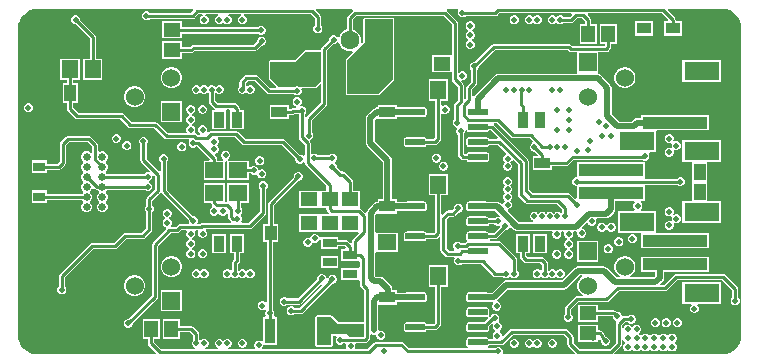
<source format=gbl>
G04*
G04 #@! TF.GenerationSoftware,Altium Limited,Altium Designer,22.2.1 (43)*
G04*
G04 Layer_Physical_Order=4*
G04 Layer_Color=16711680*
%FSLAX25Y25*%
%MOIN*%
G70*
G04*
G04 #@! TF.SameCoordinates,0E938A99-CEBE-4E5B-98FA-E82972142B6D*
G04*
G04*
G04 #@! TF.FilePolarity,Positive*
G04*
G01*
G75*
%ADD15C,0.01000*%
%ADD17R,0.06102X0.05512*%
%ADD18R,0.05709X0.04724*%
%ADD29R,0.04724X0.05709*%
%ADD32R,0.05512X0.06102*%
%ADD44R,0.03740X0.05315*%
%ADD46R,0.05315X0.03740*%
%ADD52R,0.03960X0.05151*%
%ADD78C,0.02559*%
%ADD79R,0.02559X0.02559*%
G04:AMPARAMS|DCode=80|XSize=35.43mil|YSize=94.49mil|CornerRadius=17.72mil|HoleSize=0mil|Usage=FLASHONLY|Rotation=270.000|XOffset=0mil|YOffset=0mil|HoleType=Round|Shape=RoundedRectangle|*
%AMROUNDEDRECTD80*
21,1,0.03543,0.05906,0,0,270.0*
21,1,0.00000,0.09449,0,0,270.0*
1,1,0.03543,-0.02953,0.00000*
1,1,0.03543,-0.02953,0.00000*
1,1,0.03543,0.02953,0.00000*
1,1,0.03543,0.02953,0.00000*
%
%ADD80ROUNDEDRECTD80*%
G04:AMPARAMS|DCode=81|XSize=35.43mil|YSize=66.93mil|CornerRadius=17.72mil|HoleSize=0mil|Usage=FLASHONLY|Rotation=270.000|XOffset=0mil|YOffset=0mil|HoleType=Round|Shape=RoundedRectangle|*
%AMROUNDEDRECTD81*
21,1,0.03543,0.03150,0,0,270.0*
21,1,0.00000,0.06693,0,0,270.0*
1,1,0.03543,-0.01575,0.00000*
1,1,0.03543,-0.01575,0.00000*
1,1,0.03543,0.01575,0.00000*
1,1,0.03543,0.01575,0.00000*
%
%ADD81ROUNDEDRECTD81*%
%ADD82C,0.02000*%
%ADD87C,0.02000*%
%ADD88R,0.06299X0.06299*%
%ADD89C,0.06299*%
%ADD90C,0.06000*%
%ADD91R,0.06000X0.06000*%
%ADD92C,0.15748*%
%ADD93C,0.01968*%
%ADD94R,0.04134X0.05512*%
%ADD95R,0.05151X0.03960*%
%ADD96R,0.12795X0.08465*%
%ADD97R,0.03740X0.08465*%
%ADD98R,0.05315X0.06102*%
%ADD99R,0.04921X0.03150*%
%ADD100R,0.03937X0.05315*%
%ADD101R,0.21654X0.03937*%
%ADD102R,0.11811X0.06299*%
G04:AMPARAMS|DCode=103|XSize=64.57mil|YSize=23.23mil|CornerRadius=2.9mil|HoleSize=0mil|Usage=FLASHONLY|Rotation=0.000|XOffset=0mil|YOffset=0mil|HoleType=Round|Shape=RoundedRectangle|*
%AMROUNDEDRECTD103*
21,1,0.06457,0.01742,0,0,0.0*
21,1,0.05876,0.02323,0,0,0.0*
1,1,0.00581,0.02938,-0.00871*
1,1,0.00581,-0.02938,-0.00871*
1,1,0.00581,-0.02938,0.00871*
1,1,0.00581,0.02938,0.00871*
%
%ADD103ROUNDEDRECTD103*%
%ADD104R,0.04969X0.03771*%
%ADD105R,0.03937X0.03150*%
G36*
X7874Y116597D02*
X59777D01*
X59969Y116135D01*
X59223Y115390D01*
X45393D01*
X45141Y115642D01*
X44590Y115870D01*
X43993D01*
X43442Y115642D01*
X43020Y115220D01*
X42791Y114669D01*
Y114072D01*
X43020Y113520D01*
X43442Y113098D01*
X43993Y112870D01*
X44590D01*
X45141Y113098D01*
X45393Y113350D01*
X59646D01*
X60036Y113428D01*
X60367Y113649D01*
X61643Y114925D01*
X62925D01*
X63024Y114425D01*
X62635Y114264D01*
X62213Y113842D01*
X61984Y113291D01*
Y112694D01*
X62213Y112142D01*
X62635Y111721D01*
X63186Y111492D01*
X63783D01*
X64334Y111721D01*
X64756Y112142D01*
X64984Y112694D01*
Y113291D01*
X64756Y113842D01*
X64334Y114264D01*
X63944Y114425D01*
X64043Y114925D01*
X68043D01*
X68143Y114425D01*
X67753Y114264D01*
X67331Y113842D01*
X67102Y113291D01*
Y112694D01*
X67331Y112142D01*
X67753Y111721D01*
X68304Y111492D01*
X68901D01*
X69452Y111721D01*
X69555Y111824D01*
X69882Y112135D01*
X70209Y111824D01*
X70312Y111721D01*
X70863Y111492D01*
X71460D01*
X72011Y111721D01*
X72433Y112142D01*
X72661Y112694D01*
Y113291D01*
X72433Y113842D01*
X72011Y114264D01*
X71621Y114425D01*
X71721Y114925D01*
X75720D01*
X75820Y114425D01*
X75430Y114264D01*
X75008Y113842D01*
X74779Y113291D01*
Y112694D01*
X75008Y112142D01*
X75430Y111721D01*
X75981Y111492D01*
X76578D01*
X77129Y111721D01*
X77551Y112142D01*
X77780Y112694D01*
Y113291D01*
X77551Y113842D01*
X77129Y114264D01*
X76739Y114425D01*
X76839Y114925D01*
X98987D01*
X100358Y113554D01*
Y111141D01*
X100106Y110889D01*
X99878Y110338D01*
Y109741D01*
X100106Y109190D01*
X100528Y108768D01*
X101080Y108539D01*
X101676D01*
X102228Y108768D01*
X102650Y109190D01*
X102878Y109741D01*
Y110338D01*
X102650Y110889D01*
X102398Y111141D01*
Y113976D01*
X102320Y114367D01*
X102099Y114697D01*
X100661Y116135D01*
X100853Y116597D01*
X112939D01*
X113091Y116097D01*
X113059Y116075D01*
X111326Y114343D01*
X111105Y114012D01*
X111028Y113622D01*
Y109804D01*
X110639Y109700D01*
X109806Y109220D01*
X109127Y108540D01*
X108646Y107708D01*
X108500Y107162D01*
X107973Y107128D01*
X107965Y107149D01*
X107543Y107571D01*
X106991Y107799D01*
X106395D01*
X105843Y107571D01*
X105421Y107149D01*
X105193Y106598D01*
Y106241D01*
X102822Y103871D01*
X102601Y103540D01*
X102566Y103360D01*
X102362Y102903D01*
X97244D01*
X96861Y102745D01*
X96861Y102745D01*
X93673Y99557D01*
X85630D01*
X85247Y99398D01*
X85089Y99016D01*
Y93504D01*
X85089Y93504D01*
X85247Y93121D01*
X85247Y93121D01*
X87517Y90852D01*
X87326Y90390D01*
X85462D01*
X81626Y94225D01*
X81296Y94446D01*
X80905Y94524D01*
X77559D01*
X77169Y94446D01*
X76838Y94225D01*
X75598Y92985D01*
X75377Y92654D01*
X75299Y92264D01*
Y90905D01*
X75008Y90614D01*
X74779Y90062D01*
Y89465D01*
X75008Y88914D01*
X75430Y88492D01*
X75981Y88264D01*
X76578D01*
X77129Y88492D01*
X77232Y88595D01*
X77559Y88907D01*
X77886Y88595D01*
X77989Y88492D01*
X78540Y88264D01*
X79137D01*
X79688Y88492D01*
X80110Y88914D01*
X80339Y89465D01*
Y90062D01*
X80110Y90614D01*
X79688Y91035D01*
X79137Y91264D01*
X78540D01*
X77989Y91035D01*
X77886Y90932D01*
X77837Y90886D01*
X77338Y91092D01*
Y91841D01*
X77981Y92484D01*
X80483D01*
X84318Y88649D01*
X84649Y88428D01*
X85039Y88350D01*
X93387D01*
X93638Y88098D01*
X94190Y87870D01*
X94787D01*
X95338Y88098D01*
X95760Y88520D01*
X95988Y89072D01*
Y89668D01*
X95937Y89791D01*
X96215Y90207D01*
X100394D01*
X100394Y90207D01*
X100776Y90365D01*
X102062Y91651D01*
X102524Y91459D01*
Y85462D01*
X97704Y80642D01*
X97583Y80460D01*
X97083Y80612D01*
Y81536D01*
X97335Y81788D01*
X97563Y82339D01*
Y82936D01*
X97335Y83487D01*
X96913Y83909D01*
X96361Y84138D01*
X95824D01*
X95702Y84293D01*
X95579Y84600D01*
X95760Y84780D01*
X95988Y85332D01*
Y85928D01*
X95760Y86480D01*
X95338Y86902D01*
X94787Y87130D01*
X94190D01*
X93638Y86902D01*
X93217Y86480D01*
X92988Y85928D01*
Y85332D01*
X93217Y84780D01*
X93638Y84358D01*
X94190Y84130D01*
X94124Y83657D01*
X93071D01*
X92681Y83580D01*
X92350Y83359D01*
X92294Y83303D01*
X91740D01*
Y84654D01*
X85425D01*
Y79913D01*
X91740D01*
Y81264D01*
X92716D01*
X93107Y81341D01*
X93437Y81563D01*
X93493Y81618D01*
X94961D01*
X95043Y81536D01*
Y73819D01*
X95121Y73429D01*
X95342Y73098D01*
X97012Y71428D01*
Y67824D01*
X96512Y67617D01*
X96322Y67807D01*
X95771Y68035D01*
X95414D01*
X90485Y72965D01*
X90154Y73186D01*
X89764Y73264D01*
X77391D01*
X74934Y75721D01*
X74603Y75942D01*
X74213Y76020D01*
X65748D01*
X65358Y75942D01*
X65027Y75721D01*
X64784Y75478D01*
X64360Y75761D01*
X64492Y76080D01*
Y76676D01*
X64264Y77228D01*
X63842Y77650D01*
X63291Y77878D01*
X62694D01*
X62142Y77650D01*
X61721Y77228D01*
X61492Y76676D01*
Y76080D01*
X61721Y75528D01*
X62107Y75142D01*
X62090Y74976D01*
X61958Y74642D01*
X61322D01*
X61030Y74934D01*
X60699Y75155D01*
X60667Y75161D01*
X60595Y75238D01*
X60407Y75722D01*
X60555Y76080D01*
Y76676D01*
X60327Y77228D01*
X59905Y77650D01*
X59589Y77781D01*
Y78322D01*
X59905Y78453D01*
X60327Y78875D01*
X60555Y79426D01*
Y80023D01*
X60327Y80574D01*
X59905Y80996D01*
X59589Y81127D01*
Y81668D01*
X59905Y81799D01*
X60327Y82221D01*
X60555Y82772D01*
Y83369D01*
X60327Y83921D01*
X59905Y84342D01*
X59354Y84571D01*
X58757D01*
X58205Y84342D01*
X57784Y83921D01*
X57555Y83369D01*
Y82772D01*
X57784Y82221D01*
X58205Y81799D01*
X58522Y81668D01*
Y81127D01*
X58205Y80996D01*
X57784Y80574D01*
X57555Y80023D01*
Y79426D01*
X57784Y78875D01*
X58205Y78453D01*
X58522Y78322D01*
Y77781D01*
X58205Y77650D01*
X57784Y77228D01*
X57555Y76676D01*
Y76080D01*
X57699Y75732D01*
X57426Y75232D01*
X51407D01*
X47965Y78674D01*
X47634Y78895D01*
X47244Y78972D01*
X39399D01*
X36745Y81626D01*
X36414Y81848D01*
X36024Y81925D01*
X21682D01*
X19917Y83690D01*
Y85327D01*
X21465D01*
Y91839D01*
X19917D01*
Y92905D01*
X22153D01*
Y100008D01*
X15642D01*
Y92905D01*
X17878D01*
Y91839D01*
X16331D01*
Y85327D01*
X17878D01*
Y83268D01*
X17956Y82877D01*
X18177Y82547D01*
X20539Y80185D01*
X20870Y79963D01*
X21260Y79886D01*
X35601D01*
X38255Y77232D01*
X38586Y77011D01*
X38976Y76933D01*
X46822D01*
X50263Y73492D01*
X50594Y73271D01*
X50984Y73193D01*
X58357D01*
X58571Y72700D01*
X58342Y72149D01*
Y71552D01*
X58571Y71001D01*
X58993Y70579D01*
X59544Y70350D01*
X60141D01*
X60692Y70579D01*
X60944Y70831D01*
X61192D01*
X65472Y66551D01*
X65264Y66051D01*
X63378D01*
Y59539D01*
X70480D01*
Y65714D01*
X70784Y66020D01*
X70960Y66100D01*
X71195Y66044D01*
X71252Y65958D01*
X71252Y65666D01*
Y59539D01*
X78354D01*
Y61776D01*
X79016D01*
X79268Y61524D01*
X79820Y61295D01*
X80417D01*
X80677Y61403D01*
X81112Y61327D01*
X81250Y61140D01*
X81406Y60764D01*
X81827Y60343D01*
X82379Y60114D01*
X82976D01*
X83527Y60343D01*
X83949Y60764D01*
X84177Y61316D01*
Y61913D01*
X83949Y62464D01*
X83527Y62886D01*
X82976Y63114D01*
X82379D01*
X82118Y63006D01*
X81683Y63082D01*
X81546Y63269D01*
X81390Y63645D01*
X80968Y64067D01*
X80417Y64295D01*
X79820D01*
X79268Y64067D01*
X79016Y63815D01*
X78354D01*
Y66051D01*
X71714D01*
X71705Y66051D01*
X71705Y66051D01*
X71530Y66051D01*
X71472Y66070D01*
X71376Y66551D01*
X71519Y66610D01*
X71941Y67032D01*
X72169Y67584D01*
Y68180D01*
X71941Y68732D01*
X71519Y69153D01*
X70968Y69382D01*
X70371D01*
X69820Y69153D01*
X69398Y68732D01*
X69169Y68180D01*
Y67584D01*
X69398Y67032D01*
X69820Y66610D01*
X69962Y66551D01*
X69863Y66051D01*
X67949D01*
Y66535D01*
X67871Y66926D01*
X67650Y67256D01*
X67025Y67882D01*
X67228Y68382D01*
X67779Y68610D01*
X68201Y69032D01*
X68429Y69583D01*
Y70180D01*
X68201Y70732D01*
X67787Y71146D01*
X68201Y71560D01*
X68429Y72111D01*
Y72708D01*
X68201Y73259D01*
X67980Y73480D01*
X68187Y73980D01*
X73790D01*
X76248Y71523D01*
X76578Y71302D01*
X76968Y71224D01*
X89341D01*
X93972Y66593D01*
Y66237D01*
X94201Y65686D01*
X94623Y65264D01*
X95174Y65035D01*
X95771D01*
X96322Y65264D01*
X96512Y65454D01*
X97012Y65246D01*
Y65158D01*
X97089Y64767D01*
X97311Y64437D01*
X104295Y57452D01*
Y56012D01*
X102279D01*
X101961Y56012D01*
X101461Y56012D01*
X95071D01*
Y50287D01*
X101461D01*
X101779Y50287D01*
X102279Y50287D01*
X104295D01*
Y50000D01*
X104373Y49610D01*
X104594Y49279D01*
X105235Y48638D01*
X105029Y48138D01*
X102279D01*
X101961Y48138D01*
X101461Y48138D01*
X95071D01*
Y42413D01*
X101461D01*
X101779Y42413D01*
X102279Y42413D01*
X108350D01*
X108669Y42413D01*
X109169Y42413D01*
X114871D01*
X115078Y41913D01*
X113059Y39894D01*
X112838Y39563D01*
X112760Y39173D01*
Y38745D01*
X112298Y38553D01*
X111548Y39304D01*
X111217Y39525D01*
X110827Y39602D01*
X108276D01*
Y40657D01*
X102354D01*
Y40650D01*
X101854Y40551D01*
X101665Y41007D01*
X101243Y41429D01*
X100692Y41658D01*
X100095D01*
X99544Y41429D01*
X99122Y41007D01*
X98926Y40533D01*
X98894Y40456D01*
X98394Y40253D01*
X98330Y40279D01*
X97733D01*
X97182Y40051D01*
X96760Y39629D01*
X96531Y39078D01*
Y38481D01*
X96760Y37930D01*
X97182Y37508D01*
X97733Y37279D01*
X98330D01*
X98881Y37508D01*
X99303Y37930D01*
X99500Y38404D01*
X99532Y38481D01*
X100031Y38684D01*
X100095Y38658D01*
X100692D01*
X101243Y38886D01*
X101665Y39308D01*
X101854Y39764D01*
X102354Y39665D01*
Y36508D01*
X108276D01*
Y37563D01*
X110404D01*
X110747Y37220D01*
X110540Y36720D01*
X109244D01*
Y32571D01*
X115165D01*
X115516Y32216D01*
Y30776D01*
X115165Y30421D01*
X115016Y30421D01*
X109244D01*
Y26272D01*
X115016D01*
X115165Y26272D01*
X115516Y25917D01*
Y24606D01*
X115594Y24216D01*
X115814Y23885D01*
X116729Y22971D01*
Y12273D01*
X108390D01*
X106296Y14367D01*
X105913Y14525D01*
X105913Y14525D01*
X101173D01*
X100791Y14367D01*
X100632Y13984D01*
Y4520D01*
X100791Y4137D01*
X101173Y3979D01*
X105913D01*
X106296Y4137D01*
X106455Y4520D01*
Y7691D01*
X107587D01*
X107794Y7191D01*
X107587Y6983D01*
X107358Y6432D01*
Y5835D01*
X107587Y5284D01*
X108009Y4862D01*
X108560Y4634D01*
X109157D01*
X109708Y4862D01*
X109960Y5114D01*
X110643D01*
X110977Y4614D01*
X110902Y4432D01*
Y3836D01*
X110977Y3653D01*
X110643Y3153D01*
X83147D01*
X82940Y3653D01*
X82964Y3678D01*
X83193Y4229D01*
Y4520D01*
X87803D01*
Y13984D01*
X87071D01*
X87004Y14043D01*
X86778Y14484D01*
X86933Y14859D01*
Y15456D01*
X86705Y16007D01*
X86453Y16259D01*
Y38854D01*
X88203D01*
Y45004D01*
X86743D01*
Y51246D01*
X94824Y59327D01*
X95180D01*
X95732Y59555D01*
X96153Y59977D01*
X96382Y60528D01*
Y61125D01*
X96153Y61676D01*
X95732Y62098D01*
X95180Y62327D01*
X94583D01*
X94032Y62098D01*
X93610Y61676D01*
X93382Y61125D01*
Y60769D01*
X85002Y52389D01*
X84781Y52059D01*
X84704Y51668D01*
Y45004D01*
X83244D01*
Y38854D01*
X84413D01*
Y19005D01*
X83913Y18798D01*
X83724Y18988D01*
X83172Y19217D01*
X82576D01*
X82024Y18988D01*
X81602Y18566D01*
X81374Y18015D01*
Y17418D01*
X81602Y16867D01*
X82024Y16445D01*
X82576Y16217D01*
X83172D01*
X83566Y16380D01*
X84027Y16221D01*
X84131Y16145D01*
X84161Y16007D01*
X83933Y15456D01*
Y14859D01*
X84088Y14484D01*
X83862Y14043D01*
X83795Y13984D01*
X83063D01*
Y5986D01*
X82563Y5779D01*
X82543Y5799D01*
X81991Y6028D01*
X81394D01*
X80843Y5799D01*
X80421Y5377D01*
X80193Y4826D01*
Y4229D01*
X80421Y3678D01*
X80446Y3653D01*
X80239Y3153D01*
X76663D01*
X76578Y3618D01*
X77129Y3847D01*
X77551Y4268D01*
X77780Y4820D01*
Y5416D01*
X77551Y5968D01*
X77129Y6390D01*
X76578Y6618D01*
X75981D01*
X75430Y6390D01*
X75008Y5968D01*
X74779Y5416D01*
Y4820D01*
X75008Y4268D01*
X75430Y3847D01*
X75981Y3618D01*
X75896Y3153D01*
X71545D01*
X71460Y3618D01*
X72011Y3847D01*
X72433Y4268D01*
X72661Y4820D01*
Y5416D01*
X72433Y5968D01*
X72011Y6390D01*
X71460Y6618D01*
X70863D01*
X70312Y6390D01*
X70209Y6286D01*
X69882Y5975D01*
X69555Y6286D01*
X69452Y6390D01*
X68901Y6618D01*
X68304D01*
X67753Y6390D01*
X67331Y5968D01*
X67102Y5416D01*
Y4820D01*
X67331Y4268D01*
X67753Y3847D01*
X68304Y3618D01*
X68219Y3153D01*
X63868D01*
X63783Y3618D01*
X64334Y3847D01*
X64756Y4268D01*
X64984Y4820D01*
Y5416D01*
X64756Y5968D01*
X64334Y6390D01*
X63783Y6618D01*
X63186D01*
X62635Y6390D01*
X62531Y6286D01*
X62427Y6187D01*
X61945Y6407D01*
Y8169D01*
X61867Y8559D01*
X61646Y8890D01*
X59973Y10564D01*
X59642Y10785D01*
X59252Y10862D01*
X55421D01*
Y13197D01*
X49697D01*
Y6488D01*
X55421D01*
Y8823D01*
X58830D01*
X59906Y7747D01*
Y6220D01*
X59654Y5968D01*
X59425Y5416D01*
Y4820D01*
X59654Y4268D01*
X60075Y3847D01*
X60627Y3618D01*
X60541Y3153D01*
X49299D01*
X46886Y5567D01*
Y6488D01*
X48728D01*
Y13197D01*
X43004D01*
Y6488D01*
X44847D01*
Y5145D01*
X44924Y4755D01*
X45145Y4424D01*
X47594Y1975D01*
X47403Y1513D01*
X7874D01*
X7874Y1513D01*
Y1513D01*
X7390Y1551D01*
X6631Y1626D01*
X5436Y1988D01*
X4335Y2577D01*
X3369Y3369D01*
X2577Y4335D01*
X1988Y5436D01*
X1626Y6631D01*
X1551Y7390D01*
X1513Y7874D01*
X1513D01*
Y110236D01*
X1507Y110269D01*
X1626Y111479D01*
X1988Y112674D01*
X2577Y113776D01*
X3369Y114741D01*
X4335Y115533D01*
X5436Y116122D01*
X6631Y116484D01*
X7841Y116603D01*
X7874Y116597D01*
D02*
G37*
G36*
X102362Y92716D02*
X100394Y90748D01*
X95081D01*
X94787Y90870D01*
X94190D01*
X93895Y90748D01*
X88386D01*
X85630Y93504D01*
Y99016D01*
X93898D01*
X97244Y102362D01*
X102362D01*
Y92716D01*
D02*
G37*
G36*
X126378Y100516D02*
X126364D01*
Y94366D01*
X126378D01*
Y93307D01*
X121457Y88386D01*
X111221D01*
Y99606D01*
X117126Y105512D01*
Y113189D01*
X126378D01*
Y100516D01*
D02*
G37*
G36*
X185106Y102626D02*
X185437Y102404D01*
X185827Y102327D01*
X187460D01*
X187957Y102319D01*
X187957Y101827D01*
Y95533D01*
X187957Y95319D01*
X187575Y95033D01*
X161614D01*
X161029Y94917D01*
X160533Y94585D01*
X153584Y87637D01*
X153558Y87597D01*
X152889Y87496D01*
X152791Y87575D01*
Y89735D01*
X154264Y91208D01*
X154485Y91539D01*
X154563Y91929D01*
Y96339D01*
X154815Y96591D01*
X155043Y97143D01*
Y97499D01*
X160462Y102917D01*
X184814D01*
X185106Y102626D01*
D02*
G37*
G36*
X148074Y116597D02*
X148290Y116097D01*
X148106Y115653D01*
Y115056D01*
X148335Y114505D01*
X148757Y114083D01*
X149308Y113854D01*
X149905D01*
X150456Y114083D01*
X150708Y114335D01*
X160630D01*
X161020Y114412D01*
X161351Y114633D01*
X161824Y115106D01*
X185846D01*
X186037Y114644D01*
X185404Y114012D01*
X183287D01*
X183035Y114264D01*
X182483Y114492D01*
X181887D01*
X181335Y114264D01*
X181232Y114161D01*
X180905Y113849D01*
X180579Y114161D01*
X180476Y114264D01*
X179924Y114492D01*
X179328D01*
X178776Y114264D01*
X178354Y113842D01*
X178126Y113291D01*
Y112694D01*
X178354Y112142D01*
X178776Y111721D01*
X179328Y111492D01*
X179924D01*
X180476Y111721D01*
X180579Y111824D01*
X180905Y112135D01*
X181232Y111824D01*
X181335Y111721D01*
X181887Y111492D01*
X182483D01*
X183035Y111721D01*
X183287Y111972D01*
X185827D01*
X186217Y112050D01*
X186548Y112271D01*
X187824Y113547D01*
X189538D01*
X190516Y112570D01*
Y111622D01*
X188673D01*
Y104913D01*
X194398D01*
Y111622D01*
X192555D01*
Y112992D01*
X192477Y113382D01*
X192256Y113713D01*
X191325Y114644D01*
X191516Y115106D01*
X216129D01*
X218203Y113032D01*
X217996Y112532D01*
X216701D01*
Y107761D01*
X222670D01*
Y112532D01*
X220707D01*
Y112990D01*
X220629Y113380D01*
X220408Y113711D01*
X217984Y116135D01*
X218176Y116597D01*
X235720D01*
X236220Y116597D01*
X236705Y116559D01*
X237463Y116484D01*
X238658Y116122D01*
X239760Y115533D01*
X240725Y114741D01*
X241517Y113775D01*
X242106Y112674D01*
X242469Y111479D01*
X242543Y110724D01*
X242581Y110236D01*
X242581Y110236D01*
X242581Y109745D01*
Y7874D01*
X242588Y7841D01*
X242469Y6631D01*
X242106Y5436D01*
X241517Y4335D01*
X240725Y3369D01*
X239760Y2577D01*
X238658Y1988D01*
X237463Y1626D01*
X236253Y1507D01*
X236221Y1513D01*
X200513D01*
X200306Y2013D01*
X202493Y4200D01*
X202714Y4531D01*
X202791Y4921D01*
Y6331D01*
X203291Y6430D01*
X203453Y6040D01*
X203782Y5711D01*
X203837Y5413D01*
X203782Y5116D01*
X203453Y4787D01*
X203224Y4235D01*
Y3639D01*
X203453Y3087D01*
X203875Y2665D01*
X204426Y2437D01*
X205023D01*
X205574Y2665D01*
X205903Y2994D01*
X206201Y3049D01*
X206499Y2994D01*
X206827Y2665D01*
X207379Y2437D01*
X207976D01*
X208527Y2665D01*
X208856Y2994D01*
X209154Y3049D01*
X209451Y2994D01*
X209780Y2665D01*
X210332Y2437D01*
X210928D01*
X211480Y2665D01*
X211808Y2994D01*
X212106Y3049D01*
X212404Y2994D01*
X212733Y2665D01*
X213284Y2437D01*
X213881D01*
X214432Y2665D01*
X214761Y2994D01*
X215059Y3049D01*
X215357Y2994D01*
X215686Y2665D01*
X216237Y2437D01*
X216834D01*
X217385Y2665D01*
X217714Y2994D01*
X218012Y3049D01*
X218310Y2994D01*
X218638Y2665D01*
X219190Y2437D01*
X219787D01*
X220338Y2665D01*
X220760Y3087D01*
X220988Y3639D01*
Y4235D01*
X220760Y4787D01*
X220431Y5116D01*
X220376Y5413D01*
X220431Y5711D01*
X220760Y6040D01*
X220988Y6591D01*
Y7188D01*
X220760Y7739D01*
X220338Y8161D01*
X219787Y8390D01*
X219190D01*
X218638Y8161D01*
X218310Y7833D01*
X218012Y7777D01*
X217714Y7833D01*
X217385Y8161D01*
X216834Y8390D01*
X216237D01*
X215686Y8161D01*
X215357Y7833D01*
X215059Y7777D01*
X214761Y7833D01*
X214432Y8161D01*
X213881Y8390D01*
X213284D01*
X212733Y8161D01*
X212404Y7833D01*
X212106Y7777D01*
X211808Y7833D01*
X211480Y8161D01*
X210928Y8390D01*
X210332D01*
X209780Y8161D01*
X209451Y7833D01*
X209154Y7777D01*
X208856Y7833D01*
X208620Y8068D01*
X208565Y8366D01*
X208620Y8664D01*
X208949Y8993D01*
X209177Y9544D01*
Y10141D01*
X208949Y10692D01*
X208527Y11114D01*
X207976Y11343D01*
X207379D01*
X206827Y11114D01*
X206499Y10785D01*
X206201Y10730D01*
X205903Y10785D01*
X205574Y11114D01*
X205023Y11343D01*
X204426D01*
X203875Y11114D01*
X203453Y10692D01*
X203291Y10302D01*
X202791Y10402D01*
Y11192D01*
X203769Y12169D01*
X204804D01*
X205056Y11917D01*
X205607Y11689D01*
X206204D01*
X206755Y11917D01*
X207177Y12339D01*
X207405Y12891D01*
Y13487D01*
X207177Y14039D01*
X206755Y14461D01*
X206204Y14689D01*
X205607D01*
X205056Y14461D01*
X204804Y14209D01*
X203346D01*
X203181Y14176D01*
X202717Y14450D01*
X202656Y14532D01*
X202453Y15023D01*
X202031Y15445D01*
X201480Y15673D01*
X201123D01*
X200918Y15878D01*
X200587Y16100D01*
X200197Y16177D01*
X194693D01*
Y18020D01*
X188474D01*
X188082Y18020D01*
X187798Y18442D01*
X188218Y18862D01*
X197638D01*
X198028Y18940D01*
X198359Y19161D01*
X201769Y22571D01*
X217094D01*
X217485Y22649D01*
X217815Y22870D01*
X221288Y26343D01*
X236192D01*
X239532Y23003D01*
Y20393D01*
X239280Y20141D01*
X239051Y19590D01*
Y18993D01*
X239280Y18442D01*
X239702Y18020D01*
X240253Y17791D01*
X240849D01*
X241401Y18020D01*
X241823Y18442D01*
X242051Y18993D01*
Y19590D01*
X241823Y20141D01*
X241571Y20393D01*
Y23425D01*
X241493Y23815D01*
X241272Y24146D01*
X237335Y28083D01*
X237004Y28304D01*
X236614Y28382D01*
X220866D01*
X220476Y28304D01*
X220145Y28083D01*
X216672Y24610D01*
X215812D01*
X215621Y25072D01*
X216436Y25887D01*
X216767Y26383D01*
X216884Y26969D01*
Y29028D01*
X231799D01*
Y33965D01*
X209146D01*
Y29028D01*
X213825D01*
Y27602D01*
X213343Y27120D01*
X205564D01*
X205430Y27620D01*
X205929Y27908D01*
X206580Y28560D01*
X207041Y29358D01*
X207279Y30248D01*
Y31169D01*
X207041Y32060D01*
X206580Y32858D01*
X205929Y33509D01*
X205131Y33970D01*
X204240Y34209D01*
X203319D01*
X202429Y33970D01*
X201630Y33509D01*
X200979Y32858D01*
X200518Y32060D01*
X200279Y31169D01*
Y30248D01*
X200518Y29358D01*
X200979Y28560D01*
X201630Y27908D01*
X202129Y27620D01*
X201995Y27120D01*
X201027D01*
X197735Y30412D01*
X197239Y30744D01*
X196653Y30860D01*
X188189D01*
X187604Y30744D01*
X187108Y30412D01*
X182831Y26136D01*
X164173D01*
X163588Y26019D01*
X163092Y25688D01*
X159485Y22081D01*
X158041D01*
X157912Y22167D01*
X157603Y22228D01*
X151727D01*
X151419Y22167D01*
X151158Y21992D01*
X150983Y21731D01*
X150921Y21422D01*
Y19680D01*
X150983Y19372D01*
X151158Y19110D01*
X151419Y18936D01*
X151727Y18874D01*
X157603D01*
X157912Y18936D01*
X158041Y19022D01*
X159666D01*
X159873Y18522D01*
X159752Y18401D01*
X159524Y17850D01*
Y17253D01*
X159752Y16702D01*
X160174Y16280D01*
X160725Y16051D01*
X161322D01*
X161873Y16280D01*
X162295Y16702D01*
X162524Y17253D01*
Y17850D01*
X162295Y18401D01*
X161873Y18823D01*
X161415Y19013D01*
X161311Y19234D01*
X161305Y19258D01*
X161281Y19551D01*
X164807Y23077D01*
X183465D01*
X184050Y23193D01*
X184546Y23525D01*
X188822Y27801D01*
X189332D01*
X189466Y27301D01*
X189308Y27210D01*
X188656Y26559D01*
X188195Y25760D01*
X187957Y24870D01*
Y23949D01*
X188195Y23058D01*
X188656Y22260D01*
X189308Y21609D01*
X189667Y21402D01*
X189533Y20901D01*
X187795D01*
X187405Y20824D01*
X187074Y20603D01*
X184122Y17650D01*
X183900Y17319D01*
X183823Y16929D01*
Y14881D01*
X183571Y14629D01*
X183343Y14078D01*
Y13481D01*
X183571Y12930D01*
X183993Y12508D01*
X184544Y12280D01*
X185141D01*
X185692Y12508D01*
X186114Y12930D01*
X186343Y13481D01*
Y14078D01*
X186114Y14629D01*
X185862Y14881D01*
Y16507D01*
X187562Y18206D01*
X187984Y17922D01*
X187984Y17560D01*
Y12295D01*
X194693D01*
Y14138D01*
X199681D01*
Y13875D01*
X199909Y13324D01*
X200331Y12902D01*
X200741Y12732D01*
X200812Y12641D01*
X200923Y12334D01*
X200942Y12173D01*
X200830Y12004D01*
X200752Y11614D01*
Y5344D01*
X198790Y3382D01*
X188611D01*
X186650Y5344D01*
Y7283D01*
X186572Y7674D01*
X186351Y8004D01*
X184579Y9776D01*
X184248Y9997D01*
X183858Y10075D01*
X166142D01*
X165752Y9997D01*
X165421Y9776D01*
X163221Y7576D01*
X162721Y7783D01*
Y7976D01*
X162492Y8527D01*
X162070Y8949D01*
X161992Y8981D01*
Y9523D01*
X162070Y9555D01*
X162492Y9977D01*
X162721Y10528D01*
Y11125D01*
X162492Y11676D01*
X162070Y12098D01*
X161885Y12175D01*
X161705Y12701D01*
X161933Y13253D01*
Y13849D01*
X161705Y14401D01*
X161283Y14823D01*
X160731Y15051D01*
X160135D01*
X159583Y14823D01*
X159161Y14401D01*
X159109Y14274D01*
X158820Y14081D01*
X158741Y14002D01*
X158313Y14281D01*
X158335Y14339D01*
X158348Y14372D01*
X158354Y14405D01*
X158409Y14680D01*
Y16422D01*
X158348Y16731D01*
X158173Y16992D01*
X157912Y17167D01*
X157603Y17228D01*
X151727D01*
X151419Y17167D01*
X151158Y16992D01*
X150983Y16731D01*
X150921Y16422D01*
Y14680D01*
X150983Y14372D01*
X151158Y14110D01*
X151419Y13936D01*
X151727Y13874D01*
X157603D01*
X157860Y13925D01*
X157912Y13936D01*
X157948Y13950D01*
X158003Y13971D01*
X158281Y13542D01*
X156967Y12228D01*
X151727D01*
X151419Y12167D01*
X151158Y11992D01*
X150983Y11731D01*
X150921Y11422D01*
Y9680D01*
X150983Y9372D01*
X151158Y9110D01*
X151419Y8936D01*
X151727Y8874D01*
X157603D01*
X157912Y8936D01*
X158173Y9110D01*
X158348Y9372D01*
X158409Y9680D01*
Y10786D01*
X159484Y11861D01*
X159908Y11578D01*
X159721Y11125D01*
Y10528D01*
X159949Y9977D01*
X160371Y9555D01*
X160449Y9523D01*
Y8981D01*
X160371Y8949D01*
X159949Y8527D01*
X159721Y7976D01*
Y7379D01*
X159848Y7071D01*
X159552Y6571D01*
X158380D01*
X158348Y6731D01*
X158173Y6992D01*
X157912Y7167D01*
X157603Y7228D01*
X151727D01*
X151419Y7167D01*
X151158Y6992D01*
X150983Y6731D01*
X150921Y6422D01*
Y4680D01*
X150983Y4372D01*
X151158Y4110D01*
X151317Y4004D01*
X151222Y3504D01*
X131773D01*
X129997Y5280D01*
X129666Y5501D01*
X129276Y5579D01*
X120824D01*
X120434Y5501D01*
X120103Y5280D01*
X117976Y3153D01*
X114160D01*
X113826Y3653D01*
X113902Y3836D01*
Y4432D01*
X113826Y4614D01*
X114160Y5114D01*
X117024D01*
X117414Y5192D01*
X117745Y5413D01*
X118469Y6137D01*
X118691Y6468D01*
X118768Y6858D01*
Y7919D01*
X118795Y7947D01*
X119062Y8088D01*
X119268Y8161D01*
X119368Y8119D01*
X119493Y8036D01*
X119641Y8006D01*
X119780Y7949D01*
X119931D01*
X120079Y7919D01*
X120227Y7949D01*
X120377D01*
X120441Y7975D01*
X120666Y7887D01*
X120876Y7717D01*
X120941Y7620D01*
Y7576D01*
X121169Y7024D01*
X121591Y6602D01*
X122143Y6374D01*
X122739D01*
X123291Y6602D01*
X123713Y7024D01*
X123941Y7576D01*
Y8172D01*
X123713Y8724D01*
X123291Y9146D01*
X122739Y9374D01*
X122143D01*
X122098Y9355D01*
X122028Y9369D01*
X121608Y9694D01*
Y18102D01*
X127764D01*
Y18982D01*
X130601D01*
X130671Y18936D01*
X130979Y18874D01*
X136855D01*
X137164Y18936D01*
X137425Y19110D01*
X137600Y19372D01*
X137661Y19680D01*
Y21422D01*
X137600Y21731D01*
X137425Y21992D01*
X137164Y22167D01*
X136855Y22228D01*
X130979D01*
X130671Y22167D01*
X130483Y22041D01*
X127764D01*
Y22842D01*
X126175D01*
Y23386D01*
X126059Y23971D01*
X125727Y24467D01*
X123326Y26869D01*
X122829Y27200D01*
X122244Y27317D01*
X120712D01*
X120624Y27405D01*
Y35358D01*
X121055Y35524D01*
X121124Y35524D01*
X128157D01*
Y42035D01*
X121124D01*
X121055Y42035D01*
X120624Y42201D01*
Y47989D01*
X121169Y48533D01*
X121449Y48417D01*
Y48417D01*
X127764D01*
Y49258D01*
X130571D01*
X130671Y49191D01*
X130979Y49130D01*
X136855D01*
X137164Y49191D01*
X137425Y49366D01*
X137600Y49628D01*
X137661Y49936D01*
Y51678D01*
X137600Y51986D01*
X137425Y52248D01*
X137164Y52423D01*
X136855Y52484D01*
X130979D01*
X130671Y52423D01*
X130513Y52317D01*
X127764D01*
Y53158D01*
X126136D01*
Y66339D01*
X126019Y66924D01*
X125688Y67420D01*
X120427Y72681D01*
Y79485D01*
X121029Y80087D01*
X121449Y79913D01*
Y79913D01*
X127764D01*
Y80754D01*
X130571D01*
X130671Y80688D01*
X130979Y80626D01*
X136855D01*
X137164Y80688D01*
X137425Y80862D01*
X137600Y81124D01*
X137661Y81432D01*
Y83174D01*
X137600Y83483D01*
X137425Y83744D01*
X137164Y83919D01*
X136855Y83980D01*
X130979D01*
X130671Y83919D01*
X130513Y83813D01*
X127764D01*
Y84654D01*
X121449D01*
Y83813D01*
X121063D01*
X120478Y83696D01*
X119982Y83365D01*
X117816Y81200D01*
X117485Y80703D01*
X117368Y80118D01*
Y72047D01*
X117485Y71462D01*
X117816Y70966D01*
X123077Y65705D01*
Y53158D01*
X121449D01*
Y52317D01*
X121260D01*
X120675Y52200D01*
X120178Y51869D01*
X118013Y49703D01*
X117682Y49207D01*
X117620Y48899D01*
X117078Y48734D01*
X115888Y49924D01*
X115559Y50287D01*
Y56012D01*
X113224D01*
Y59055D01*
X113147Y59445D01*
X112926Y59776D01*
X110561Y62141D01*
X110230Y62362D01*
X109840Y62440D01*
X109278D01*
X107799Y63918D01*
Y64275D01*
X107571Y64826D01*
X107242Y65155D01*
X107187Y65453D01*
X107242Y65751D01*
X107571Y66079D01*
X107799Y66631D01*
Y67228D01*
X107571Y67779D01*
X107149Y68201D01*
X106598Y68429D01*
X106001D01*
X105449Y68201D01*
X105198Y67949D01*
X101299D01*
X101047Y68201D01*
X100495Y68429D01*
X99898D01*
X99551Y68285D01*
X99051Y68558D01*
Y71850D01*
X98974Y72241D01*
X98835Y72448D01*
X98917Y72867D01*
X99005Y73026D01*
X99275Y73138D01*
X99697Y73560D01*
X99925Y74111D01*
Y74708D01*
X99697Y75259D01*
X99445Y75511D01*
Y79499D01*
X104264Y84318D01*
X104485Y84649D01*
X104563Y85039D01*
Y102727D01*
X106635Y104799D01*
X106991D01*
X107543Y105028D01*
X107965Y105449D01*
X107973Y105471D01*
X108500Y105436D01*
X108646Y104891D01*
X109127Y104058D01*
X109806Y103379D01*
X110639Y102898D01*
X111567Y102650D01*
X112528D01*
X112888Y102746D01*
X113147Y102298D01*
X110838Y99989D01*
X110679Y99606D01*
X110679Y99606D01*
Y88386D01*
X110838Y88003D01*
X111221Y87845D01*
X121457D01*
X121457Y87845D01*
X121839Y88003D01*
X126761Y92924D01*
X126919Y93307D01*
X126919Y93307D01*
Y94366D01*
X126905Y94400D01*
Y100482D01*
X126919Y100516D01*
Y113189D01*
X126761Y113572D01*
X126378Y113730D01*
X117126D01*
X116743Y113572D01*
X116585Y113189D01*
Y105736D01*
X116049Y105200D01*
X115600Y105459D01*
X115697Y105819D01*
Y106780D01*
X115448Y107708D01*
X114968Y108540D01*
X114288Y109220D01*
X113456Y109700D01*
X113067Y109804D01*
Y113200D01*
X114202Y114335D01*
X143279D01*
X146028Y111585D01*
Y101287D01*
X139362D01*
Y95563D01*
X146028D01*
Y93110D01*
X146105Y92720D01*
X146326Y92389D01*
X147996Y90719D01*
Y86089D01*
X147114Y85207D01*
X146893Y84876D01*
X146815Y84486D01*
Y79842D01*
X146563Y79590D01*
X146335Y79039D01*
Y78442D01*
X146563Y77890D01*
X146985Y77469D01*
X147536Y77240D01*
X147640D01*
X147847Y76740D01*
X147744Y76637D01*
X147516Y76086D01*
Y75489D01*
X147744Y74938D01*
X147996Y74686D01*
Y68110D01*
X148074Y67720D01*
X148295Y67389D01*
X149102Y66582D01*
X149433Y66361D01*
X149823Y66284D01*
X150951D01*
X150983Y66124D01*
X151158Y65862D01*
X151419Y65688D01*
X151727Y65626D01*
X157603D01*
X157912Y65688D01*
X158173Y65862D01*
X158348Y66124D01*
X158409Y66432D01*
Y68174D01*
X158348Y68483D01*
X158173Y68744D01*
X157912Y68919D01*
X157603Y68980D01*
X151727D01*
X151419Y68919D01*
X151158Y68744D01*
X150983Y68483D01*
X150951Y68323D01*
X150245D01*
X150035Y68533D01*
Y74686D01*
X150287Y74938D01*
X150516Y75489D01*
Y75991D01*
X150983Y76124D01*
X151158Y75862D01*
X151419Y75688D01*
X151727Y75626D01*
X157603D01*
X157912Y75688D01*
X158173Y75862D01*
X158348Y76124D01*
X158380Y76284D01*
X158889D01*
X161388Y73785D01*
X161196Y73323D01*
X158380D01*
X158348Y73483D01*
X158173Y73744D01*
X157912Y73919D01*
X157603Y73980D01*
X151727D01*
X151419Y73919D01*
X151158Y73744D01*
X150983Y73483D01*
X150921Y73174D01*
Y71432D01*
X150983Y71124D01*
X151158Y70862D01*
X151419Y70688D01*
X151727Y70626D01*
X157603D01*
X157912Y70688D01*
X158173Y70862D01*
X158348Y71124D01*
X158380Y71284D01*
X161527D01*
X164133Y68677D01*
X164016Y68087D01*
X163816Y68004D01*
X163394Y67582D01*
X163165Y67031D01*
Y66434D01*
X163394Y65883D01*
X163497Y65779D01*
X163808Y65453D01*
X163497Y65126D01*
X163394Y65023D01*
X163165Y64472D01*
Y63875D01*
X163394Y63324D01*
X163816Y62902D01*
X164367Y62673D01*
X164964D01*
X165515Y62902D01*
X165937Y63324D01*
X166165Y63875D01*
Y64472D01*
X165937Y65023D01*
X165834Y65126D01*
X165523Y65453D01*
X165834Y65779D01*
X165937Y65883D01*
X166020Y66083D01*
X166610Y66200D01*
X168000Y64810D01*
Y54799D01*
X168078Y54409D01*
X168299Y54078D01*
X170342Y52035D01*
X170673Y51814D01*
X171063Y51736D01*
X181074D01*
X182839Y49971D01*
Y48828D01*
X182356Y48609D01*
X182252Y48708D01*
X182149Y48811D01*
X181598Y49039D01*
X181001D01*
X180449Y48811D01*
X180346Y48708D01*
X180020Y48397D01*
X179693Y48708D01*
X179590Y48811D01*
X179039Y49039D01*
X178442D01*
X177891Y48811D01*
X177787Y48708D01*
X177461Y48397D01*
X177134Y48708D01*
X177031Y48811D01*
X176479Y49039D01*
X175883D01*
X175331Y48811D01*
X175228Y48708D01*
X174902Y48397D01*
X174575Y48708D01*
X174472Y48811D01*
X173920Y49039D01*
X173324D01*
X172772Y48811D01*
X172350Y48389D01*
X172122Y47838D01*
Y47241D01*
X172350Y46690D01*
X172772Y46268D01*
X173120Y46124D01*
X173020Y45624D01*
X168547D01*
X164793Y49378D01*
X164964Y49878D01*
X165515Y50106D01*
X165937Y50528D01*
X166165Y51080D01*
Y51676D01*
X165937Y52228D01*
X165834Y52331D01*
X165523Y52658D01*
X165834Y52984D01*
X165937Y53087D01*
X166165Y53639D01*
Y54235D01*
X165937Y54787D01*
X165834Y54890D01*
X165523Y55216D01*
X165834Y55543D01*
X165937Y55646D01*
X166165Y56198D01*
Y56794D01*
X165937Y57346D01*
X165834Y57449D01*
X165523Y57776D01*
X165834Y58102D01*
X165937Y58205D01*
X166165Y58757D01*
Y59354D01*
X165937Y59905D01*
X165515Y60327D01*
X164964Y60555D01*
X164367D01*
X163816Y60327D01*
X163394Y59905D01*
X163165Y59354D01*
Y58757D01*
X163394Y58205D01*
X163497Y58102D01*
X163808Y57776D01*
X163497Y57449D01*
X163394Y57346D01*
X163165Y56794D01*
Y56198D01*
X163394Y55646D01*
X163497Y55543D01*
X163808Y55216D01*
X163497Y54890D01*
X163394Y54787D01*
X163165Y54235D01*
Y53639D01*
X163394Y53087D01*
X163497Y52984D01*
X163808Y52658D01*
X163497Y52331D01*
X163394Y52228D01*
X163165Y51676D01*
X162665Y51505D01*
X162282Y51889D01*
X161786Y52220D01*
X161201Y52337D01*
X158041D01*
X157912Y52423D01*
X157603Y52484D01*
X151727D01*
X151419Y52423D01*
X151158Y52248D01*
X150983Y51986D01*
X150921Y51678D01*
Y49936D01*
X150983Y49628D01*
X151158Y49366D01*
X151419Y49191D01*
X151727Y49130D01*
X157603D01*
X157912Y49191D01*
X158041Y49278D01*
X160567D01*
X162237Y47608D01*
X161954Y47184D01*
X161657Y47307D01*
X161060D01*
X160509Y47079D01*
X160257Y46827D01*
X158380D01*
X158348Y46986D01*
X158173Y47248D01*
X157912Y47423D01*
X157603Y47484D01*
X151727D01*
X151419Y47423D01*
X151158Y47248D01*
X150983Y46986D01*
X150921Y46678D01*
Y44936D01*
X150983Y44628D01*
X151158Y44366D01*
X151419Y44192D01*
X151727Y44130D01*
X157603D01*
X157912Y44192D01*
X158173Y44366D01*
X158348Y44628D01*
X158380Y44787D01*
X160257D01*
X160509Y44535D01*
X161060Y44307D01*
X161657D01*
X161975Y44439D01*
X162258Y44015D01*
X160070Y41827D01*
X158380D01*
X158348Y41987D01*
X158173Y42248D01*
X157912Y42423D01*
X157603Y42484D01*
X151727D01*
X151419Y42423D01*
X151158Y42248D01*
X150983Y41987D01*
X150921Y41678D01*
Y39936D01*
X150982Y39632D01*
X150983Y39626D01*
X151017Y39208D01*
X150841Y39009D01*
X150692Y38910D01*
X150400Y38618D01*
X149133D01*
X148881Y38870D01*
X148330Y39098D01*
X147733D01*
X147182Y38870D01*
X146760Y38448D01*
X146531Y37897D01*
Y37300D01*
X146760Y36749D01*
X146950Y36559D01*
X146742Y36059D01*
X145107D01*
X144327Y36840D01*
Y46428D01*
X145307Y47408D01*
X146459D01*
X146850Y47486D01*
X147180Y47707D01*
X148170Y48697D01*
X148527D01*
X149078Y48925D01*
X149500Y49347D01*
X149728Y49898D01*
Y50495D01*
X149500Y51047D01*
X149078Y51468D01*
X148527Y51697D01*
X147930D01*
X147379Y51468D01*
X146957Y51047D01*
X146728Y50495D01*
Y50139D01*
X146037Y49448D01*
X144885D01*
X144494Y49370D01*
X144164Y49149D01*
X143055Y48040D01*
X142555Y48247D01*
Y54520D01*
X144791D01*
Y61622D01*
X138476D01*
Y54520D01*
X140516D01*
Y42292D01*
X140050Y41827D01*
X137632D01*
X137600Y41987D01*
X137425Y42248D01*
X137164Y42423D01*
X136855Y42484D01*
X130979D01*
X130671Y42423D01*
X130410Y42248D01*
X130235Y41987D01*
X130174Y41678D01*
Y39936D01*
X130235Y39628D01*
X130410Y39366D01*
X130671Y39191D01*
X130979Y39130D01*
X136855D01*
X137164Y39191D01*
X137425Y39366D01*
X137600Y39628D01*
X137632Y39788D01*
X140472D01*
X140863Y39865D01*
X141193Y40086D01*
X141788Y40680D01*
X142288Y40473D01*
Y36417D01*
X142365Y36027D01*
X142586Y35696D01*
X143964Y34318D01*
X144295Y34097D01*
X144685Y34020D01*
X146821D01*
X147028Y33520D01*
X146996Y33487D01*
X146768Y32936D01*
Y32339D01*
X146996Y31788D01*
X147418Y31366D01*
X147969Y31138D01*
X148566D01*
X149117Y31366D01*
X149370Y31618D01*
X155916D01*
X159909Y27626D01*
X160240Y27404D01*
X160630Y27327D01*
X163170D01*
X163422Y27075D01*
X163973Y26847D01*
X164570D01*
X165121Y27075D01*
X165225Y27178D01*
X165551Y27489D01*
X165878Y27178D01*
X165981Y27075D01*
X166532Y26847D01*
X167129D01*
X167680Y27075D01*
X168102Y27497D01*
X168331Y28048D01*
Y28645D01*
X168102Y29196D01*
X167850Y29448D01*
Y33169D01*
X167773Y33560D01*
X167552Y33890D01*
X162532Y38910D01*
X162201Y39131D01*
X161811Y39209D01*
X159114D01*
X158811Y39593D01*
X158799Y39709D01*
X158882Y39788D01*
X160492D01*
X160882Y39865D01*
X161213Y40086D01*
X163918Y42791D01*
X164275D01*
X164826Y43020D01*
X165248Y43442D01*
X165379Y43759D01*
X165938Y43907D01*
X166832Y43013D01*
X167328Y42682D01*
X167913Y42565D01*
X179364D01*
X179698Y42065D01*
X179602Y41834D01*
Y41237D01*
X179831Y40686D01*
X180253Y40264D01*
X180804Y40035D01*
X181401D01*
X181952Y40264D01*
X182374Y40686D01*
X182602Y41237D01*
Y41834D01*
X182507Y42065D01*
X182833Y42553D01*
X183309D01*
X183635Y42065D01*
X183539Y41834D01*
Y41237D01*
X183768Y40686D01*
X184190Y40264D01*
X184506Y40133D01*
Y39592D01*
X184190Y39461D01*
X183768Y39039D01*
X183539Y38487D01*
Y37891D01*
X183768Y37339D01*
X184190Y36917D01*
X184506Y36786D01*
Y36245D01*
X184190Y36114D01*
X183768Y35692D01*
X183539Y35141D01*
Y34544D01*
X183768Y33993D01*
X184190Y33571D01*
X184741Y33342D01*
X185338D01*
X185889Y33571D01*
X186311Y33993D01*
X186539Y34544D01*
Y35141D01*
X186311Y35692D01*
X185889Y36114D01*
X185573Y36245D01*
Y36786D01*
X185889Y36917D01*
X186311Y37339D01*
X186539Y37891D01*
Y38487D01*
X186311Y39039D01*
X185889Y39461D01*
X185573Y39592D01*
Y40133D01*
X185889Y40264D01*
X186311Y40686D01*
X186539Y41237D01*
Y41834D01*
X186444Y42065D01*
X186778Y42565D01*
X187378D01*
X187478Y42585D01*
X187845Y42181D01*
X187850Y42149D01*
Y41579D01*
X188078Y41027D01*
X188500Y40606D01*
X189051Y40377D01*
X189648D01*
X190199Y40606D01*
X190621Y41027D01*
X190850Y41579D01*
Y42175D01*
X190621Y42727D01*
X190199Y43149D01*
X189648Y43377D01*
X189531D01*
X189323Y43877D01*
X190784Y45338D01*
X191374Y45220D01*
X191445Y45048D01*
X191867Y44626D01*
X192418Y44398D01*
X193015D01*
X193566Y44626D01*
X193988Y45048D01*
X194217Y45599D01*
Y46196D01*
X194145Y46368D01*
X194479Y46868D01*
X197610D01*
X198196Y46985D01*
X198692Y47316D01*
X200097Y48722D01*
X200429Y49218D01*
X200545Y49803D01*
Y52650D01*
X206962D01*
X206967Y52641D01*
X207115Y52150D01*
X206799Y51834D01*
X206571Y51283D01*
Y50686D01*
X206799Y50135D01*
X207115Y49819D01*
X206967Y49327D01*
X206962Y49319D01*
X201468D01*
Y42020D01*
X208721D01*
X209146Y41839D01*
X209146Y41520D01*
Y36902D01*
X231799D01*
Y41839D01*
X214704D01*
X214280Y42020D01*
X214280Y42339D01*
Y49319D01*
X209180D01*
X209175Y49327D01*
X209027Y49819D01*
X209343Y50135D01*
X209571Y50686D01*
Y51283D01*
X209343Y51834D01*
X209027Y52150D01*
X209175Y52641D01*
X209180Y52650D01*
X210343D01*
Y57587D01*
X210343D01*
X210466Y58035D01*
X221102D01*
X221354Y57784D01*
X221906Y57555D01*
X222502D01*
X223054Y57784D01*
X223476Y58205D01*
X223704Y58757D01*
Y59354D01*
X223476Y59905D01*
X223054Y60327D01*
X222502Y60555D01*
X221906D01*
X221354Y60327D01*
X221102Y60075D01*
X210466D01*
X210343Y60524D01*
X210343D01*
Y65461D01*
X187689D01*
X187689Y60555D01*
X187584Y60555D01*
X187399D01*
X186847Y60327D01*
X186425Y59905D01*
X186197Y59354D01*
Y58757D01*
X186425Y58205D01*
X186847Y57784D01*
X187399Y57555D01*
X187584D01*
X187689Y57555D01*
X187689Y57316D01*
Y53535D01*
X187189Y53328D01*
X185465Y55052D01*
X185134Y55273D01*
X184744Y55350D01*
X173060D01*
X171689Y56722D01*
Y65945D01*
X171611Y66335D01*
X171390Y66666D01*
X160032Y78024D01*
X160064Y78604D01*
X160147Y78705D01*
X160995D01*
X165814Y73885D01*
X166145Y73664D01*
X166535Y73587D01*
X171993D01*
X173072Y72508D01*
X172954Y71918D01*
X172772Y71842D01*
X172350Y71421D01*
X172122Y70869D01*
Y70272D01*
X172350Y69721D01*
X172772Y69299D01*
X173324Y69071D01*
X173680D01*
X174723Y68028D01*
X174516Y67528D01*
X173024D01*
Y62787D01*
X179339D01*
Y64138D01*
X184252D01*
X184642Y64215D01*
X184973Y64437D01*
X186907Y66370D01*
X209461D01*
X209583Y66248D01*
X210135Y66020D01*
X210731D01*
X211283Y66248D01*
X211705Y66670D01*
X211933Y67221D01*
Y67818D01*
X211737Y68291D01*
X211859Y68598D01*
X211990Y68791D01*
X214280D01*
Y76091D01*
X214704Y76272D01*
X231799D01*
Y81209D01*
X209146D01*
Y80270D01*
X207874D01*
X207289Y80153D01*
X206793Y79822D01*
X206059Y79088D01*
X201815D01*
X199364Y81539D01*
Y90354D01*
X199248Y90940D01*
X198916Y91436D01*
X195766Y94585D01*
X195270Y94917D01*
X195218Y94927D01*
X194957Y95319D01*
X194957Y95489D01*
X194957Y102319D01*
X195453Y102327D01*
X197643D01*
X198033Y102404D01*
X198363Y102626D01*
X198949Y103211D01*
X199170Y103542D01*
X199248Y103932D01*
Y104913D01*
X201091D01*
Y111622D01*
X195366D01*
Y104913D01*
X197209D01*
Y104366D01*
X186249D01*
X185957Y104658D01*
X185626Y104879D01*
X185236Y104957D01*
X160039D01*
X159649Y104879D01*
X159318Y104658D01*
X153601Y98941D01*
X153245D01*
X152694Y98713D01*
X152272Y98291D01*
X152043Y97739D01*
Y97143D01*
X152272Y96591D01*
X152524Y96339D01*
Y92352D01*
X151051Y90878D01*
X150830Y90548D01*
X150752Y90158D01*
Y86787D01*
X150535Y86618D01*
X150035Y86863D01*
Y91142D01*
X149958Y91532D01*
X149737Y91863D01*
X149308Y92291D01*
X149515Y92791D01*
X149905D01*
X150456Y93020D01*
X150878Y93442D01*
X151106Y93993D01*
Y94590D01*
X150878Y95141D01*
X150456Y95563D01*
X149905Y95791D01*
X149308D01*
X148757Y95563D01*
X148567Y95373D01*
X148067Y95580D01*
Y112008D01*
X147989Y112398D01*
X147768Y112729D01*
X144422Y116075D01*
X144389Y116097D01*
X144541Y116597D01*
X148074D01*
D02*
G37*
G36*
X108166Y11732D02*
X116729D01*
Y7283D01*
X112047D01*
X111098Y8232D01*
X105913D01*
Y4520D01*
X101173D01*
Y13984D01*
X105913D01*
X108166Y11732D01*
D02*
G37*
G36*
X184610Y6861D02*
Y4921D01*
X184688Y4531D01*
X184909Y4200D01*
X187096Y2013D01*
X186889Y1513D01*
X163377D01*
X163043Y2013D01*
X163114Y2186D01*
Y2783D01*
X162886Y3334D01*
X162464Y3756D01*
X161913Y3984D01*
X161316D01*
X160765Y3756D01*
X160512Y3504D01*
X158109D01*
X158014Y4004D01*
X158173Y4110D01*
X158348Y4372D01*
X158380Y4532D01*
X162638D01*
X163028Y4609D01*
X163359Y4830D01*
X166564Y8036D01*
X183436D01*
X184610Y6861D01*
D02*
G37*
%LPC*%
G36*
X56110Y112508D02*
X49402D01*
Y106783D01*
X56110D01*
Y108429D01*
X81379D01*
X81631Y108177D01*
X82182Y107949D01*
X82779D01*
X83330Y108177D01*
X83752Y108599D01*
X83980Y109151D01*
Y109747D01*
X83752Y110299D01*
X83330Y110721D01*
X82779Y110949D01*
X82182D01*
X81631Y110721D01*
X81379Y110468D01*
X56110D01*
Y112508D01*
D02*
G37*
G36*
X82976Y107405D02*
X82379D01*
X81827Y107177D01*
X81406Y106755D01*
X81177Y106204D01*
Y105847D01*
X80089Y104760D01*
X60039D01*
X59649Y104682D01*
X59318Y104461D01*
X58830Y103972D01*
X56110D01*
Y105815D01*
X49402D01*
Y100091D01*
X56110D01*
Y101933D01*
X59252D01*
X59642Y102011D01*
X59973Y102232D01*
X60462Y102721D01*
X80512D01*
X80902Y102798D01*
X81233Y103019D01*
X82619Y104405D01*
X82976D01*
X83527Y104634D01*
X83949Y105056D01*
X84177Y105607D01*
Y106204D01*
X83949Y106755D01*
X83527Y107177D01*
X82976Y107405D01*
D02*
G37*
G36*
X20968Y114492D02*
X20371D01*
X19820Y114264D01*
X19398Y113842D01*
X19169Y113291D01*
Y112694D01*
X19398Y112143D01*
X19820Y111721D01*
X20371Y111492D01*
X20727D01*
X25358Y106861D01*
Y100008D01*
X23122D01*
Y92905D01*
X29634D01*
Y100008D01*
X27398D01*
Y107283D01*
X27320Y107674D01*
X27099Y108004D01*
X22169Y112934D01*
Y113291D01*
X21941Y113842D01*
X21519Y114264D01*
X20968Y114492D01*
D02*
G37*
G36*
X68901Y91264D02*
X68304D01*
X67753Y91035D01*
X67650Y90932D01*
X67323Y90621D01*
X66996Y90932D01*
X66893Y91035D01*
X66342Y91264D01*
X65745D01*
X65194Y91035D01*
X65090Y90932D01*
X64764Y90621D01*
X64437Y90932D01*
X64334Y91035D01*
X63783Y91264D01*
X63186D01*
X62635Y91035D01*
X62531Y90932D01*
X62205Y90621D01*
X61878Y90932D01*
X61775Y91035D01*
X61224Y91264D01*
X60627D01*
X60075Y91035D01*
X59654Y90614D01*
X59425Y90062D01*
Y89465D01*
X59654Y88914D01*
X60075Y88492D01*
X60627Y88264D01*
X61224D01*
X61775Y88492D01*
X61878Y88595D01*
X62205Y88907D01*
X62531Y88595D01*
X62635Y88492D01*
X63186Y88264D01*
X63783D01*
X64334Y88492D01*
X64437Y88595D01*
X64541Y88694D01*
X65024Y88475D01*
Y85728D01*
X65101Y85338D01*
X65322Y85007D01*
X66799Y83531D01*
X67022Y83382D01*
X66914Y82882D01*
X66232D01*
Y76567D01*
X70972D01*
Y82732D01*
X70973Y82882D01*
X71327Y83232D01*
X71783D01*
X72138Y82882D01*
Y76567D01*
X76878D01*
Y82882D01*
X75528D01*
Y83366D01*
X75450Y83756D01*
X75229Y84087D01*
X74343Y84973D01*
X74012Y85194D01*
X73622Y85272D01*
X67942D01*
X67063Y86151D01*
Y88475D01*
X67545Y88694D01*
X67650Y88595D01*
X67753Y88492D01*
X68304Y88264D01*
X68901D01*
X69452Y88492D01*
X69874Y88914D01*
X70102Y89465D01*
Y90062D01*
X69874Y90614D01*
X69452Y91035D01*
X68901Y91264D01*
D02*
G37*
G36*
X53099Y97201D02*
X52177D01*
X51287Y96962D01*
X50489Y96501D01*
X49837Y95850D01*
X49376Y95052D01*
X49138Y94162D01*
Y93240D01*
X49376Y92350D01*
X49837Y91552D01*
X50489Y90900D01*
X51287Y90439D01*
X52177Y90201D01*
X53099D01*
X53989Y90439D01*
X54787Y90900D01*
X55439Y91552D01*
X55899Y92350D01*
X56138Y93240D01*
Y94162D01*
X55899Y95052D01*
X55439Y95850D01*
X54787Y96501D01*
X53989Y96962D01*
X53099Y97201D01*
D02*
G37*
G36*
X40776Y90902D02*
X39854D01*
X38964Y90663D01*
X38166Y90202D01*
X37514Y89551D01*
X37053Y88753D01*
X36815Y87862D01*
Y86941D01*
X37053Y86051D01*
X37514Y85252D01*
X38166Y84601D01*
X38964Y84140D01*
X39854Y83902D01*
X40776D01*
X41666Y84140D01*
X42464Y84601D01*
X43116Y85252D01*
X43576Y86051D01*
X43815Y86941D01*
Y87862D01*
X43576Y88753D01*
X43116Y89551D01*
X42464Y90202D01*
X41666Y90663D01*
X40776Y90902D01*
D02*
G37*
G36*
X5220Y85161D02*
X4623D01*
X4072Y84933D01*
X3650Y84511D01*
X3421Y83960D01*
Y83363D01*
X3650Y82812D01*
X4072Y82390D01*
X4623Y82161D01*
X5220D01*
X5771Y82390D01*
X6193Y82812D01*
X6421Y83363D01*
Y83960D01*
X6193Y84511D01*
X5771Y84933D01*
X5220Y85161D01*
D02*
G37*
G36*
X63291Y84571D02*
X62694D01*
X62142Y84342D01*
X61721Y83921D01*
X61492Y83369D01*
Y82772D01*
X61721Y82221D01*
X62142Y81799D01*
X62694Y81571D01*
X63291D01*
X63842Y81799D01*
X64264Y82221D01*
X64492Y82772D01*
Y83369D01*
X64264Y83921D01*
X63842Y84342D01*
X63291Y84571D01*
D02*
G37*
G36*
X56138Y85783D02*
X49138D01*
Y78784D01*
X56138D01*
Y85783D01*
D02*
G37*
G36*
X34550Y74925D02*
X33954D01*
X33402Y74697D01*
X32980Y74275D01*
X32752Y73724D01*
Y73127D01*
X32980Y72575D01*
X33402Y72154D01*
X33954Y71925D01*
X34550D01*
X35102Y72154D01*
X35524Y72575D01*
X35752Y73127D01*
Y73724D01*
X35524Y74275D01*
X35102Y74697D01*
X34550Y74925D01*
D02*
G37*
G36*
X38094Y72563D02*
X37497D01*
X36946Y72335D01*
X36524Y71913D01*
X36295Y71361D01*
Y70765D01*
X36524Y70213D01*
X36946Y69791D01*
X37497Y69563D01*
X38094D01*
X38645Y69791D01*
X39067Y70213D01*
X39295Y70765D01*
Y71361D01*
X39067Y71913D01*
X38645Y72335D01*
X38094Y72563D01*
D02*
G37*
G36*
X56401Y72169D02*
X55804D01*
X55253Y71941D01*
X54831Y71519D01*
X54602Y70968D01*
Y70371D01*
X54831Y69820D01*
X55253Y69398D01*
X55804Y69169D01*
X56401D01*
X56952Y69398D01*
X57374Y69820D01*
X57602Y70371D01*
Y70968D01*
X57374Y71519D01*
X56952Y71941D01*
X56401Y72169D01*
D02*
G37*
G36*
X25197Y74248D02*
X18110D01*
X17720Y74170D01*
X17389Y73949D01*
X15618Y72178D01*
X15397Y71847D01*
X15319Y71457D01*
Y65777D01*
X14637Y65094D01*
X10992D01*
Y66150D01*
X6055D01*
Y62000D01*
X10992D01*
Y63055D01*
X15059D01*
X15449Y63133D01*
X15780Y63354D01*
X17060Y64633D01*
X17281Y64964D01*
X17358Y65354D01*
Y71034D01*
X18533Y72209D01*
X24775D01*
X26146Y70837D01*
Y68810D01*
X25646Y68603D01*
X25319Y68930D01*
X24665Y69201D01*
X23957D01*
X23303Y68930D01*
X22802Y68429D01*
X22532Y67775D01*
Y67067D01*
X22802Y66413D01*
X23153Y66062D01*
X23252Y65748D01*
X23153Y65434D01*
X22802Y65083D01*
X22532Y64429D01*
Y63721D01*
X22802Y63067D01*
X23153Y62716D01*
X23252Y62402D01*
X23153Y62087D01*
X22802Y61736D01*
X22532Y61082D01*
Y60374D01*
X22802Y59720D01*
X23153Y59370D01*
X23252Y59055D01*
X23153Y58741D01*
X22802Y58390D01*
X22532Y57736D01*
Y57028D01*
X22802Y56374D01*
X23153Y56023D01*
X23252Y55709D01*
X23153Y55394D01*
X22814Y55055D01*
X10992D01*
Y56110D01*
X6055D01*
Y51961D01*
X10992D01*
Y53016D01*
X22814D01*
X23153Y52677D01*
X23252Y52362D01*
X23153Y52048D01*
X22802Y51697D01*
X22532Y51043D01*
Y50335D01*
X22802Y49681D01*
X23303Y49180D01*
X23957Y48909D01*
X24665D01*
X25319Y49180D01*
X25820Y49681D01*
X26091Y50335D01*
Y51043D01*
X25820Y51697D01*
X25469Y52048D01*
X25371Y52362D01*
X25469Y52677D01*
X25820Y53027D01*
X26091Y53681D01*
Y54389D01*
X25820Y55043D01*
X25469Y55394D01*
X25371Y55709D01*
X25469Y56023D01*
X25820Y56374D01*
X26024Y56867D01*
X26553Y57045D01*
X26937Y56661D01*
X27267Y56440D01*
X27657Y56362D01*
X28129D01*
X28468Y56023D01*
X28567Y55709D01*
X28468Y55394D01*
X28117Y55043D01*
X27847Y54389D01*
Y53681D01*
X28117Y53027D01*
X28468Y52677D01*
X28567Y52362D01*
X28468Y52048D01*
X28117Y51697D01*
X27847Y51043D01*
Y50335D01*
X28117Y49681D01*
X28618Y49180D01*
X29272Y48909D01*
X29980D01*
X30634Y49180D01*
X31135Y49681D01*
X31405Y50335D01*
Y51043D01*
X31135Y51697D01*
X30784Y52048D01*
X30685Y52362D01*
X30784Y52677D01*
X31135Y53027D01*
X31405Y53681D01*
Y54389D01*
X31135Y55043D01*
X30784Y55394D01*
X30685Y55709D01*
X30784Y56023D01*
X31123Y56362D01*
X43583D01*
X43835Y56110D01*
X44387Y55882D01*
X44983D01*
X45535Y56110D01*
X45957Y56532D01*
X46185Y57083D01*
Y57680D01*
X45957Y58232D01*
X45535Y58653D01*
X45262Y58766D01*
X45268Y59305D01*
X45633Y59457D01*
X46055Y59879D01*
X46284Y60430D01*
Y60864D01*
X46738Y61126D01*
X47012Y60915D01*
Y56328D01*
X44555Y53871D01*
X44334Y53540D01*
X44256Y53150D01*
Y51102D01*
X44004Y50850D01*
X43776Y50298D01*
Y49702D01*
X44004Y49150D01*
X44256Y48898D01*
Y43533D01*
X42688Y41965D01*
X37205D01*
X36814Y41887D01*
X36484Y41666D01*
X33436Y38618D01*
X26181D01*
X25791Y38540D01*
X25460Y38319D01*
X15421Y28280D01*
X15200Y27949D01*
X15122Y27559D01*
Y24133D01*
X14870Y23881D01*
X14642Y23330D01*
Y22733D01*
X14870Y22182D01*
X15292Y21760D01*
X15843Y21531D01*
X16440D01*
X16991Y21760D01*
X17413Y22182D01*
X17642Y22733D01*
Y23330D01*
X17413Y23881D01*
X17161Y24133D01*
Y27137D01*
X26603Y36579D01*
X33858D01*
X34249Y36656D01*
X34579Y36878D01*
X37627Y39925D01*
X43110D01*
X43500Y40003D01*
X43831Y40224D01*
X45997Y42389D01*
X46218Y42720D01*
X46295Y43110D01*
Y48898D01*
X46547Y49150D01*
X46776Y49702D01*
Y50298D01*
X46547Y50850D01*
X46295Y51102D01*
Y52727D01*
X48708Y55140D01*
X48858Y55185D01*
X49174D01*
X49324Y55140D01*
X58342Y46121D01*
Y45765D01*
X58486Y45417D01*
X58214Y44917D01*
X55512D01*
X55122Y44840D01*
X54791Y44619D01*
X54105Y43933D01*
X52667D01*
X52453Y44426D01*
X52681Y44977D01*
Y45574D01*
X52453Y46125D01*
X52031Y46547D01*
X51952Y46580D01*
Y47121D01*
X52031Y47154D01*
X52453Y47576D01*
X52681Y48127D01*
Y48724D01*
X52453Y49275D01*
X52031Y49697D01*
X51480Y49925D01*
X50883D01*
X50331Y49697D01*
X49909Y49275D01*
X49681Y48724D01*
Y48127D01*
X49909Y47576D01*
X50331Y47154D01*
X50410Y47121D01*
Y46580D01*
X50331Y46547D01*
X49909Y46125D01*
X49681Y45574D01*
Y44977D01*
X49909Y44426D01*
X50331Y44004D01*
X50741Y43834D01*
X50887Y43425D01*
X50889Y43276D01*
X46326Y38713D01*
X46105Y38382D01*
X46028Y37992D01*
Y21092D01*
X38247Y13311D01*
X37891D01*
X37339Y13083D01*
X36917Y12661D01*
X36689Y12109D01*
Y11513D01*
X36917Y10961D01*
X37339Y10539D01*
X37891Y10311D01*
X38487D01*
X39039Y10539D01*
X39461Y10961D01*
X39689Y11513D01*
Y11869D01*
X47768Y19948D01*
X47989Y20279D01*
X48067Y20669D01*
Y37570D01*
X52391Y41894D01*
X54528D01*
X54918Y41971D01*
X55248Y42192D01*
X55934Y42878D01*
X57426D01*
X57699Y42378D01*
X57555Y42031D01*
Y41434D01*
X57784Y40883D01*
X58205Y40461D01*
X58522Y40330D01*
Y39788D01*
X58205Y39658D01*
X57784Y39235D01*
X57555Y38684D01*
Y38087D01*
X57784Y37536D01*
X58205Y37114D01*
X58522Y36983D01*
Y36442D01*
X58205Y36311D01*
X57784Y35889D01*
X57555Y35338D01*
Y34741D01*
X57784Y34190D01*
X58205Y33768D01*
X58757Y33539D01*
X59354D01*
X59905Y33768D01*
X60327Y34190D01*
X60555Y34741D01*
Y35338D01*
X60327Y35889D01*
X59905Y36311D01*
X59589Y36442D01*
Y36983D01*
X59905Y37114D01*
X60327Y37536D01*
X60555Y38087D01*
Y38684D01*
X60327Y39235D01*
X59905Y39658D01*
X59589Y39788D01*
Y40330D01*
X59905Y40461D01*
X60327Y40883D01*
X60555Y41434D01*
Y42031D01*
X60411Y42378D01*
X60684Y42878D01*
X61363D01*
X61636Y42378D01*
X61492Y42031D01*
Y41434D01*
X61721Y40883D01*
X62142Y40461D01*
X62694Y40232D01*
X63291D01*
X63842Y40461D01*
X64264Y40883D01*
X64492Y41434D01*
Y42031D01*
X64264Y42582D01*
X64074Y42772D01*
X64281Y43272D01*
X78740D01*
X79130Y43349D01*
X79461Y43570D01*
X83867Y47976D01*
X84088Y48307D01*
X84165Y48697D01*
Y56575D01*
X84417Y56827D01*
X84646Y57379D01*
Y57976D01*
X84417Y58527D01*
X83995Y58949D01*
X83444Y59177D01*
X82847D01*
X82296Y58949D01*
X81874Y58527D01*
X81646Y57976D01*
Y57379D01*
X81874Y56827D01*
X82126Y56575D01*
Y49119D01*
X78318Y45311D01*
X76092D01*
X75878Y45804D01*
X76106Y46355D01*
Y46952D01*
X75878Y47503D01*
X75746Y47635D01*
X75654Y48133D01*
X75775Y48260D01*
X76075Y48560D01*
X76303Y49111D01*
Y49708D01*
X76075Y50259D01*
X75823Y50511D01*
Y52059D01*
X78354D01*
Y58571D01*
X71252D01*
Y52413D01*
X71031Y52232D01*
X70480D01*
Y58571D01*
X63378D01*
Y52059D01*
X65909D01*
Y51968D01*
X65987Y51578D01*
X66208Y51248D01*
X66299Y51157D01*
X66181Y50567D01*
X65981Y50484D01*
X65559Y50062D01*
X65331Y49511D01*
Y48914D01*
X65559Y48363D01*
X65981Y47941D01*
X66532Y47713D01*
X67129D01*
X67680Y47941D01*
X67940Y48200D01*
X68258Y48309D01*
X68576Y48200D01*
X68835Y47941D01*
X69387Y47713D01*
X69983D01*
X70535Y47941D01*
X70921Y48328D01*
X71087Y48311D01*
X71421Y48178D01*
Y47239D01*
X71499Y46849D01*
X71720Y46518D01*
X72306Y45933D01*
X72488Y45811D01*
X72336Y45311D01*
X62795D01*
X62405Y45233D01*
X62074Y45012D01*
X61979Y44917D01*
X61471D01*
X61199Y45417D01*
X61343Y45765D01*
Y46361D01*
X61114Y46913D01*
X60692Y47335D01*
X60141Y47563D01*
X59784D01*
X51020Y56328D01*
Y65631D01*
X51272Y65883D01*
X51500Y66434D01*
Y67031D01*
X51272Y67582D01*
X50850Y68004D01*
X50298Y68232D01*
X49702D01*
X49150Y68004D01*
X48728Y67582D01*
X48500Y67031D01*
Y66434D01*
X48728Y65883D01*
X48980Y65631D01*
Y62617D01*
X48480Y62410D01*
X44327Y66564D01*
Y71339D01*
X44579Y71591D01*
X44807Y72143D01*
Y72739D01*
X44579Y73291D01*
X44157Y73713D01*
X43606Y73941D01*
X43009D01*
X42457Y73713D01*
X42035Y73291D01*
X41807Y72739D01*
Y72143D01*
X42035Y71591D01*
X42287Y71339D01*
Y66142D01*
X42365Y65752D01*
X42586Y65421D01*
X45347Y62660D01*
X45100Y62259D01*
X45071Y62228D01*
X44485D01*
X43934Y62000D01*
X43682Y61748D01*
X31123D01*
X30784Y62087D01*
X30685Y62402D01*
X30784Y62716D01*
X31135Y63067D01*
X31405Y63721D01*
Y64429D01*
X31135Y65083D01*
X30784Y65434D01*
X30685Y65748D01*
X30784Y66062D01*
X31135Y66413D01*
X31405Y67067D01*
Y67775D01*
X31135Y68429D01*
X30634Y68930D01*
X29980Y69201D01*
X29272D01*
X28685Y68958D01*
X28185Y69150D01*
Y71260D01*
X28107Y71650D01*
X27886Y71981D01*
X25918Y73949D01*
X25587Y74170D01*
X25197Y74248D01*
D02*
G37*
G36*
X82385Y67445D02*
X81788D01*
X81237Y67216D01*
X80815Y66795D01*
X80587Y66243D01*
Y65646D01*
X80815Y65095D01*
X81237Y64673D01*
X81788Y64445D01*
X82385D01*
X82936Y64673D01*
X83358Y65095D01*
X83587Y65646D01*
Y66243D01*
X83358Y66795D01*
X82936Y67216D01*
X82385Y67445D01*
D02*
G37*
G36*
X70972Y41543D02*
X66232D01*
Y35228D01*
X70972D01*
Y41543D01*
D02*
G37*
G36*
X63291Y36539D02*
X62694D01*
X62142Y36311D01*
X61721Y35889D01*
X61492Y35338D01*
Y34741D01*
X61721Y34190D01*
X62142Y33768D01*
X62694Y33539D01*
X63291D01*
X63842Y33768D01*
X64264Y34190D01*
X64492Y34741D01*
Y35338D01*
X64264Y35889D01*
X63842Y36311D01*
X63291Y36539D01*
D02*
G37*
G36*
X108276Y34358D02*
X102354D01*
Y30209D01*
X108276D01*
Y34358D01*
D02*
G37*
G36*
X76878Y41543D02*
X72138D01*
Y35228D01*
X73488D01*
Y33198D01*
X73000Y32709D01*
X72778Y32378D01*
X72701Y31988D01*
Y29635D01*
X72218Y29416D01*
X72114Y29515D01*
X72011Y29618D01*
X71460Y29847D01*
X70863D01*
X70312Y29618D01*
X69890Y29196D01*
X69661Y28645D01*
Y28048D01*
X69890Y27497D01*
X70312Y27075D01*
X70863Y26847D01*
X71460D01*
X72011Y27075D01*
X72114Y27178D01*
X72441Y27489D01*
X72768Y27178D01*
X72871Y27075D01*
X73422Y26847D01*
X74019D01*
X74570Y27075D01*
X74673Y27178D01*
X75000Y27489D01*
X75327Y27178D01*
X75430Y27075D01*
X75981Y26847D01*
X76578D01*
X77129Y27075D01*
X77232Y27178D01*
X77559Y27489D01*
X77886Y27178D01*
X77989Y27075D01*
X78540Y26847D01*
X79137D01*
X79688Y27075D01*
X80110Y27497D01*
X80339Y28048D01*
Y28645D01*
X80110Y29196D01*
X79688Y29618D01*
X79137Y29847D01*
X78540D01*
X77989Y29618D01*
X77886Y29515D01*
X77559Y29204D01*
X77232Y29515D01*
X77129Y29618D01*
X76578Y29847D01*
X75981D01*
X75430Y29618D01*
X75327Y29515D01*
X75223Y29416D01*
X74740Y29635D01*
Y31566D01*
X75229Y32055D01*
X75450Y32385D01*
X75528Y32776D01*
Y35228D01*
X76878D01*
Y41543D01*
D02*
G37*
G36*
X63783Y29847D02*
X63186D01*
X62635Y29618D01*
X62531Y29515D01*
X62205Y29204D01*
X61878Y29515D01*
X61775Y29618D01*
X61224Y29847D01*
X60627D01*
X60075Y29618D01*
X59654Y29196D01*
X59425Y28645D01*
Y28048D01*
X59654Y27497D01*
X60075Y27075D01*
X60627Y26847D01*
X61224D01*
X61775Y27075D01*
X61878Y27178D01*
X62205Y27489D01*
X62531Y27178D01*
X62635Y27075D01*
X63186Y26847D01*
X63783D01*
X64334Y27075D01*
X64756Y27497D01*
X64984Y28048D01*
Y28645D01*
X64756Y29196D01*
X64334Y29618D01*
X63783Y29847D01*
D02*
G37*
G36*
X53099Y34209D02*
X52177D01*
X51287Y33970D01*
X50489Y33509D01*
X49837Y32858D01*
X49376Y32060D01*
X49138Y31169D01*
Y30248D01*
X49376Y29358D01*
X49837Y28560D01*
X50489Y27908D01*
X51287Y27447D01*
X52177Y27209D01*
X53099D01*
X53989Y27447D01*
X54787Y27908D01*
X55439Y28560D01*
X55899Y29358D01*
X56138Y30248D01*
Y31169D01*
X55899Y32060D01*
X55439Y32858D01*
X54787Y33509D01*
X53989Y33970D01*
X53099Y34209D01*
D02*
G37*
G36*
X40776Y27909D02*
X39854D01*
X38964Y27671D01*
X38166Y27210D01*
X37514Y26559D01*
X37053Y25760D01*
X36815Y24870D01*
Y23949D01*
X37053Y23058D01*
X37514Y22260D01*
X38166Y21609D01*
X38964Y21148D01*
X39854Y20910D01*
X40776D01*
X41666Y21148D01*
X42464Y21609D01*
X43116Y22260D01*
X43576Y23058D01*
X43815Y23949D01*
Y24870D01*
X43576Y25760D01*
X43116Y26559D01*
X42464Y27210D01*
X41666Y27671D01*
X40776Y27909D01*
D02*
G37*
G36*
X103054Y28272D02*
X102457D01*
X101906Y28043D01*
X101484Y27621D01*
X101256Y27070D01*
Y26714D01*
X94656Y20114D01*
X91291D01*
X91039Y20366D01*
X90487Y20595D01*
X89891D01*
X89339Y20366D01*
X88917Y19944D01*
X88689Y19393D01*
Y18796D01*
X88917Y18245D01*
X89339Y17823D01*
X89891Y17594D01*
X90487D01*
X91039Y17823D01*
X91291Y18075D01*
X95079D01*
X95469Y18153D01*
X95800Y18373D01*
X102421Y24994D01*
X102545Y24970D01*
X102710Y24427D01*
X95244Y16961D01*
X93612D01*
X93360Y17213D01*
X92809Y17442D01*
X92212D01*
X91660Y17213D01*
X91238Y16791D01*
X91010Y16240D01*
Y15643D01*
X91238Y15092D01*
X91660Y14670D01*
X92212Y14442D01*
X92809D01*
X93360Y14670D01*
X93612Y14922D01*
X95666D01*
X96056Y15000D01*
X96387Y15221D01*
X106241Y25075D01*
X106598D01*
X107149Y25303D01*
X107571Y25725D01*
X107799Y26276D01*
Y26873D01*
X107571Y27424D01*
X107149Y27846D01*
X106598Y28075D01*
X106001D01*
X105449Y27846D01*
X105028Y27424D01*
X104843Y26979D01*
X104756Y26909D01*
X104380Y27030D01*
X104347Y27045D01*
X104215Y27169D01*
X104027Y27621D01*
X103606Y28043D01*
X103054Y28272D01*
D02*
G37*
G36*
X56138Y22791D02*
X49138D01*
Y15791D01*
X56138D01*
Y22791D01*
D02*
G37*
G36*
X174806Y114492D02*
X174209D01*
X173658Y114264D01*
X173555Y114161D01*
X173228Y113849D01*
X172902Y114161D01*
X172799Y114264D01*
X172247Y114492D01*
X171651D01*
X171099Y114264D01*
X170677Y113842D01*
X170449Y113291D01*
Y112694D01*
X170677Y112142D01*
X171099Y111721D01*
X171651Y111492D01*
X172247D01*
X172799Y111721D01*
X172902Y111824D01*
X173228Y112135D01*
X173555Y111824D01*
X173658Y111721D01*
X174209Y111492D01*
X174806D01*
X175357Y111721D01*
X175779Y112142D01*
X176008Y112694D01*
Y113291D01*
X175779Y113842D01*
X175357Y114264D01*
X174806Y114492D01*
D02*
G37*
G36*
X167129D02*
X166532D01*
X165981Y114264D01*
X165559Y113842D01*
X165331Y113291D01*
Y112694D01*
X165559Y112142D01*
X165981Y111721D01*
X166532Y111492D01*
X167129D01*
X167680Y111721D01*
X168102Y112142D01*
X168331Y112694D01*
Y113291D01*
X168102Y113842D01*
X167680Y114264D01*
X167129Y114492D01*
D02*
G37*
G36*
X213221Y112532D02*
X207252D01*
Y107761D01*
X213221D01*
Y112532D01*
D02*
G37*
G36*
X152464Y112524D02*
X151867D01*
X151316Y112295D01*
X150894Y111873D01*
X150665Y111322D01*
Y110725D01*
X150894Y110174D01*
X151316Y109752D01*
X151394Y109719D01*
Y109178D01*
X151316Y109146D01*
X150894Y108724D01*
X150665Y108172D01*
Y107576D01*
X150894Y107024D01*
X151316Y106602D01*
X151394Y106570D01*
Y106029D01*
X151316Y105996D01*
X150894Y105574D01*
X150665Y105023D01*
Y104426D01*
X150894Y103875D01*
X151316Y103453D01*
X151867Y103224D01*
X152464D01*
X153015Y103453D01*
X153437Y103875D01*
X153665Y104426D01*
Y105023D01*
X153437Y105574D01*
X153015Y105996D01*
X152936Y106029D01*
Y106570D01*
X153015Y106602D01*
X153437Y107024D01*
X153665Y107576D01*
Y108172D01*
X153437Y108724D01*
X153015Y109146D01*
X152936Y109178D01*
Y109719D01*
X153015Y109752D01*
X153437Y110174D01*
X153665Y110725D01*
Y111322D01*
X153437Y111873D01*
X153015Y112295D01*
X152464Y112524D01*
D02*
G37*
G36*
X235736Y99713D02*
X222925D01*
Y92413D01*
X235736D01*
Y99713D01*
D02*
G37*
G36*
X204240Y97201D02*
X203319D01*
X202429Y96962D01*
X201630Y96501D01*
X200979Y95850D01*
X200518Y95052D01*
X200279Y94162D01*
Y93240D01*
X200518Y92350D01*
X200979Y91552D01*
X201630Y90900D01*
X202429Y90439D01*
X203319Y90201D01*
X204240D01*
X205131Y90439D01*
X205929Y90900D01*
X206580Y91552D01*
X207041Y92350D01*
X207279Y93240D01*
Y94162D01*
X207041Y95052D01*
X206580Y95850D01*
X205929Y96501D01*
X205131Y96962D01*
X204240Y97201D01*
D02*
G37*
G36*
X144791Y93118D02*
X138476D01*
Y86016D01*
X140516D01*
Y73788D01*
X140050Y73323D01*
X137632D01*
X137600Y73483D01*
X137425Y73744D01*
X137164Y73919D01*
X136855Y73980D01*
X130979D01*
X130671Y73919D01*
X130410Y73744D01*
X130235Y73483D01*
X130174Y73174D01*
Y71432D01*
X130235Y71124D01*
X130410Y70862D01*
X130671Y70688D01*
X130979Y70626D01*
X136855D01*
X137164Y70688D01*
X137425Y70862D01*
X137600Y71124D01*
X137632Y71284D01*
X140472D01*
X140863Y71361D01*
X141193Y71582D01*
X142256Y72645D01*
X142477Y72976D01*
X142555Y73366D01*
Y81585D01*
X143048Y81799D01*
X143599Y81571D01*
X144196D01*
X144747Y81799D01*
X145169Y82221D01*
X145398Y82772D01*
Y83369D01*
X145169Y83921D01*
X144747Y84342D01*
X144196Y84571D01*
X143599D01*
X143048Y84342D01*
X142555Y84557D01*
Y86016D01*
X144791D01*
Y93118D01*
D02*
G37*
G36*
X218802Y74925D02*
X218206D01*
X217654Y74697D01*
X217232Y74275D01*
X217004Y73724D01*
Y73127D01*
X217232Y72575D01*
X217654Y72154D01*
X218206Y71925D01*
X218802D01*
X219111Y72053D01*
X219494Y71671D01*
X219366Y71361D01*
Y70765D01*
X219396Y70693D01*
X219013Y70310D01*
X218802Y70398D01*
X218206D01*
X217654Y70169D01*
X217232Y69747D01*
X217004Y69196D01*
Y68599D01*
X217232Y68048D01*
X217654Y67626D01*
X218206Y67398D01*
X218802D01*
X219354Y67626D01*
X219776Y68048D01*
X220004Y68599D01*
Y69196D01*
X219974Y69268D01*
X220357Y69650D01*
X220568Y69563D01*
X221164D01*
X221716Y69791D01*
X222138Y70213D01*
X222366Y70765D01*
Y71361D01*
X222138Y71913D01*
X221716Y72335D01*
X221164Y72563D01*
X220568D01*
X220258Y72435D01*
X219876Y72818D01*
X220004Y73127D01*
Y73724D01*
X219776Y74275D01*
X219354Y74697D01*
X218802Y74925D01*
D02*
G37*
G36*
X141243Y68429D02*
X140647D01*
X140095Y68201D01*
X139673Y67779D01*
X139445Y67228D01*
Y66631D01*
X139673Y66079D01*
X140095Y65658D01*
X140647Y65429D01*
X141243D01*
X141795Y65658D01*
X142217Y66079D01*
X142445Y66631D01*
Y67228D01*
X142217Y67779D01*
X141795Y68201D01*
X141243Y68429D01*
D02*
G37*
G36*
X143605Y65673D02*
X143009D01*
X142457Y65445D01*
X142035Y65023D01*
X141807Y64472D01*
Y63875D01*
X142035Y63324D01*
X142457Y62902D01*
X143009Y62673D01*
X143605D01*
X144157Y62902D01*
X144579Y63324D01*
X144807Y63875D01*
Y64472D01*
X144579Y65023D01*
X144157Y65445D01*
X143605Y65673D01*
D02*
G37*
G36*
X218802Y50516D02*
X218206D01*
X217654Y50287D01*
X217232Y49865D01*
X217004Y49314D01*
Y48717D01*
X217232Y48166D01*
X217654Y47744D01*
X218206Y47516D01*
X218802D01*
X219111Y47644D01*
X219494Y47261D01*
X219366Y46952D01*
Y46355D01*
X219396Y46284D01*
X219013Y45901D01*
X218802Y45988D01*
X218206D01*
X217654Y45760D01*
X217232Y45338D01*
X217004Y44787D01*
Y44190D01*
X217232Y43639D01*
X217654Y43217D01*
X218206Y42988D01*
X218802D01*
X219354Y43217D01*
X219776Y43639D01*
X220004Y44190D01*
Y44787D01*
X219974Y44858D01*
X220357Y45241D01*
X220568Y45154D01*
X221164D01*
X221716Y45382D01*
X222138Y45804D01*
X222366Y46355D01*
Y46952D01*
X222138Y47503D01*
X221716Y47925D01*
X221164Y48154D01*
X220568D01*
X220258Y48026D01*
X219876Y48408D01*
X220004Y48717D01*
Y49314D01*
X219776Y49865D01*
X219354Y50287D01*
X218802Y50516D01*
D02*
G37*
G36*
X235736Y72941D02*
X222925D01*
Y65642D01*
X225806D01*
X226272Y65559D01*
X226272Y65142D01*
Y59366D01*
X226272Y59244D01*
X226272Y58744D01*
X226272Y52551D01*
X225806Y52469D01*
X222925D01*
Y45169D01*
X235736D01*
Y52469D01*
X231674D01*
X231209Y52551D01*
X231209Y52969D01*
Y58744D01*
X231209Y58866D01*
X231209Y59366D01*
X231209Y65559D01*
X231674Y65642D01*
X235736D01*
Y72941D01*
D02*
G37*
G36*
X199511Y45398D02*
X198914D01*
X198363Y45169D01*
X197941Y44747D01*
X197908Y44669D01*
X197367D01*
X197335Y44747D01*
X196913Y45169D01*
X196361Y45398D01*
X195765D01*
X195213Y45169D01*
X194791Y44747D01*
X194563Y44196D01*
Y43599D01*
X194791Y43048D01*
X195213Y42626D01*
X195765Y42398D01*
X196361D01*
X196913Y42626D01*
X197335Y43048D01*
X197367Y43127D01*
X197908D01*
X197941Y43048D01*
X198363Y42626D01*
X198914Y42398D01*
X199511D01*
X200062Y42626D01*
X200484Y43048D01*
X200713Y43599D01*
Y44196D01*
X200484Y44747D01*
X200062Y45169D01*
X199511Y45398D01*
D02*
G37*
G36*
X206598Y41461D02*
X206001D01*
X205450Y41232D01*
X205028Y40810D01*
X204799Y40259D01*
Y39662D01*
X205028Y39111D01*
X205450Y38689D01*
X206001Y38461D01*
X206598D01*
X207149Y38689D01*
X207571Y39111D01*
X207799Y39662D01*
Y40259D01*
X207571Y40810D01*
X207149Y41232D01*
X206598Y41461D01*
D02*
G37*
G36*
X202070Y40476D02*
X201473D01*
X200922Y40248D01*
X200500Y39826D01*
X200272Y39275D01*
Y38678D01*
X200500Y38127D01*
X200922Y37705D01*
X201473Y37476D01*
X202070D01*
X202621Y37705D01*
X203043Y38127D01*
X203272Y38678D01*
Y39275D01*
X203043Y39826D01*
X202621Y40248D01*
X202070Y40476D01*
D02*
G37*
G36*
X177961Y41543D02*
X173221D01*
Y35228D01*
X177961D01*
Y41543D01*
D02*
G37*
G36*
X198527Y38114D02*
X197930D01*
X197379Y37886D01*
X196957Y37464D01*
X196728Y36913D01*
Y36316D01*
X196957Y35765D01*
X197379Y35342D01*
X197930Y35114D01*
X198527D01*
X199078Y35342D01*
X199500Y35765D01*
X199728Y36316D01*
Y36913D01*
X199500Y37464D01*
X199078Y37886D01*
X198527Y38114D01*
D02*
G37*
G36*
X181401Y36342D02*
X180804D01*
X180253Y36114D01*
X179831Y35692D01*
X179602Y35141D01*
Y34544D01*
X179831Y33993D01*
X180253Y33571D01*
X180804Y33342D01*
X181401D01*
X181952Y33571D01*
X182374Y33993D01*
X182602Y34544D01*
Y35141D01*
X182374Y35692D01*
X181952Y36114D01*
X181401Y36342D01*
D02*
G37*
G36*
X194957Y39327D02*
X187957D01*
Y32327D01*
X194957D01*
Y39327D01*
D02*
G37*
G36*
X172055Y41543D02*
X167315D01*
Y35228D01*
X168666D01*
Y34055D01*
X168743Y33665D01*
X168964Y33334D01*
X170145Y32153D01*
X170476Y31932D01*
X170866Y31854D01*
X175562D01*
X176047Y31369D01*
Y29635D01*
X175565Y29416D01*
X175461Y29515D01*
X175358Y29618D01*
X174806Y29847D01*
X174209D01*
X173658Y29618D01*
X173236Y29196D01*
X173008Y28645D01*
Y28048D01*
X173236Y27497D01*
X173658Y27075D01*
X174209Y26847D01*
X174806D01*
X175358Y27075D01*
X175461Y27178D01*
X175787Y27489D01*
X176114Y27178D01*
X176217Y27075D01*
X176769Y26847D01*
X177365D01*
X177917Y27075D01*
X178020Y27178D01*
X178347Y27489D01*
X178673Y27178D01*
X178776Y27075D01*
X179328Y26847D01*
X179924D01*
X180476Y27075D01*
X180579Y27178D01*
X180905Y27489D01*
X181232Y27178D01*
X181335Y27075D01*
X181887Y26847D01*
X182483D01*
X183035Y27075D01*
X183457Y27497D01*
X183685Y28048D01*
Y28645D01*
X183457Y29196D01*
X183035Y29618D01*
X182483Y29847D01*
X181887D01*
X181335Y29618D01*
X181232Y29515D01*
X180905Y29204D01*
X180579Y29515D01*
X180476Y29618D01*
X179924Y29847D01*
X179328D01*
X178776Y29618D01*
X178673Y29515D01*
X178569Y29416D01*
X178086Y29635D01*
Y31791D01*
X178009Y32182D01*
X177788Y32512D01*
X176705Y33595D01*
X176374Y33816D01*
X175984Y33894D01*
X171289D01*
X170705Y34477D01*
Y35228D01*
X172055D01*
Y41543D01*
D02*
G37*
G36*
X235736Y25697D02*
X222925D01*
Y18398D01*
X225859D01*
X225865Y18389D01*
X226012Y17898D01*
X225697Y17582D01*
X225468Y17031D01*
Y16434D01*
X225697Y15883D01*
X226119Y15461D01*
X226670Y15232D01*
X227267D01*
X227818Y15461D01*
X228240Y15883D01*
X228468Y16434D01*
Y17031D01*
X228240Y17582D01*
X227924Y17898D01*
X228072Y18389D01*
X228078Y18398D01*
X235736D01*
Y25697D01*
D02*
G37*
G36*
X144791Y31110D02*
X138476D01*
Y24008D01*
X140516D01*
Y12037D01*
X140050Y11571D01*
X137632D01*
X137600Y11731D01*
X137425Y11992D01*
X137164Y12167D01*
X136855Y12228D01*
X130979D01*
X130671Y12167D01*
X130410Y11992D01*
X130235Y11731D01*
X130174Y11422D01*
Y9680D01*
X130235Y9372D01*
X130410Y9110D01*
X130671Y8936D01*
X130979Y8874D01*
X136855D01*
X137164Y8936D01*
X137425Y9110D01*
X137600Y9372D01*
X137632Y9532D01*
X140472D01*
X140863Y9609D01*
X141193Y9830D01*
X142256Y10893D01*
X142477Y11224D01*
X142555Y11614D01*
Y24008D01*
X144791D01*
Y31110D01*
D02*
G37*
G36*
X221558Y13508D02*
X220961D01*
X220410Y13280D01*
X219988Y12858D01*
X219760Y12306D01*
Y11710D01*
X219988Y11158D01*
X220410Y10736D01*
X220961Y10508D01*
X221558D01*
X222110Y10736D01*
X222532Y11158D01*
X222760Y11710D01*
Y12306D01*
X222532Y12858D01*
X222110Y13280D01*
X221558Y13508D01*
D02*
G37*
G36*
X214275D02*
X213678D01*
X213127Y13280D01*
X212705Y12858D01*
X212476Y12306D01*
Y11710D01*
X212705Y11158D01*
X213127Y10736D01*
X213678Y10508D01*
X214275D01*
X214826Y10736D01*
X215248Y11158D01*
X215476Y11710D01*
Y12306D01*
X215248Y12858D01*
X214826Y13280D01*
X214275Y13508D01*
D02*
G37*
G36*
X217818Y13488D02*
X217221D01*
X216670Y13260D01*
X216248Y12838D01*
X216020Y12287D01*
Y11690D01*
X216248Y11139D01*
X216670Y10717D01*
X217221Y10488D01*
X217818D01*
X218369Y10717D01*
X218791Y11139D01*
X219020Y11690D01*
Y12287D01*
X218791Y12838D01*
X218369Y13260D01*
X217818Y13488D01*
D02*
G37*
G36*
X194693Y11327D02*
X187984D01*
Y5602D01*
X193102D01*
X193201Y5583D01*
X193299Y5602D01*
X194693D01*
Y6511D01*
X195193Y6814D01*
X195308Y6753D01*
X195529Y6423D01*
X195828Y6124D01*
X195819Y6102D01*
Y5506D01*
X196047Y4954D01*
X196469Y4532D01*
X197020Y4304D01*
X197617D01*
X198169Y4532D01*
X198591Y4954D01*
X198819Y5506D01*
Y6102D01*
X198591Y6654D01*
X198169Y7076D01*
X197617Y7304D01*
X197531D01*
X197269Y7566D01*
Y7622D01*
X197192Y8012D01*
X196971Y8343D01*
X196128Y9185D01*
X195798Y9407D01*
X195407Y9484D01*
X194693D01*
Y11327D01*
D02*
G37*
G36*
X174806Y6618D02*
X174209D01*
X173658Y6390D01*
X173555Y6286D01*
X173228Y5975D01*
X172902Y6286D01*
X172799Y6390D01*
X172247Y6618D01*
X171651D01*
X171099Y6390D01*
X170677Y5968D01*
X170449Y5416D01*
Y4820D01*
X170677Y4268D01*
X171099Y3847D01*
X171651Y3618D01*
X172247D01*
X172799Y3847D01*
X172902Y3950D01*
X173228Y4261D01*
X173555Y3950D01*
X173658Y3847D01*
X174209Y3618D01*
X174806D01*
X175358Y3847D01*
X175779Y4268D01*
X176008Y4820D01*
Y5416D01*
X175779Y5968D01*
X175358Y6390D01*
X174806Y6618D01*
D02*
G37*
G36*
X179924D02*
X179328D01*
X178776Y6390D01*
X178354Y5968D01*
X178126Y5416D01*
Y4820D01*
X178354Y4268D01*
X178776Y3847D01*
X179328Y3618D01*
X179924D01*
X180476Y3847D01*
X180898Y4268D01*
X181126Y4820D01*
Y5416D01*
X180898Y5968D01*
X180476Y6390D01*
X179924Y6618D01*
D02*
G37*
G36*
X167129D02*
X166532D01*
X165981Y6390D01*
X165559Y5968D01*
X165331Y5416D01*
Y4820D01*
X165559Y4268D01*
X165981Y3847D01*
X166532Y3618D01*
X167129D01*
X167680Y3847D01*
X168102Y4268D01*
X168331Y4820D01*
Y5416D01*
X168102Y5968D01*
X167680Y6390D01*
X167129Y6618D01*
D02*
G37*
%LPD*%
D15*
X196250Y7144D02*
Y7622D01*
X197319Y5804D02*
Y6075D01*
X196250Y7144D02*
X197319Y6075D01*
X191339Y8465D02*
X195407D01*
X196250Y7622D01*
X191339Y8465D02*
X193201Y6602D01*
X120824Y4559D02*
X129276D01*
X118399Y2134D02*
X120824Y4559D01*
X131350Y2484D02*
X161614D01*
X45866Y5145D02*
X48877Y2134D01*
X129276Y4559D02*
X131350Y2484D01*
X45866Y5145D02*
Y9843D01*
X48877Y2134D02*
X118399D01*
X187697Y59055D02*
X222204D01*
X240551Y19291D02*
Y23425D01*
X236614Y27362D02*
X240551Y23425D01*
X220866Y27362D02*
X236614D01*
X217094Y23591D02*
X220866Y27362D01*
X201346Y23591D02*
X217094D01*
X197638Y19882D02*
X201346Y23591D01*
X187795Y19882D02*
X197638D01*
X184843Y16929D02*
X187795Y19882D01*
X184843Y13780D02*
Y16929D01*
X191339Y15157D02*
X200197D01*
X201181Y14173D01*
X203346Y13189D02*
X205906D01*
X85433Y15157D02*
Y41639D01*
Y9252D02*
Y15157D01*
X160242Y13360D02*
X160433Y13551D01*
X159541Y13360D02*
X160242D01*
X100197Y66929D02*
X106299D01*
X219687Y110039D02*
Y112990D01*
X98032Y65158D02*
Y71850D01*
X112705Y34646D02*
X115551D01*
X105315Y50000D02*
Y53150D01*
Y50000D02*
X106102Y49213D01*
X115157D01*
X116732Y47638D01*
Y42126D02*
Y47638D01*
X113779Y39173D02*
X116732Y42126D01*
X112205Y34646D02*
X112705D01*
X113779Y35721D01*
Y39173D01*
X105315Y38583D02*
X105315Y38583D01*
X110827D01*
X112205Y37205D01*
Y34646D02*
Y37205D01*
X116535Y24606D02*
Y33661D01*
X115551Y34646D02*
X116535Y33661D01*
Y24606D02*
X117748Y23393D01*
Y6858D02*
Y23393D01*
X117024Y6134D02*
X117748Y6858D01*
X108858Y6134D02*
X117024D01*
X47047Y20669D02*
Y37992D01*
X38189Y11811D02*
X47047Y20669D01*
Y37992D02*
X51968Y42913D01*
X54528D01*
X55512Y43898D01*
X62402D01*
X62795Y44291D01*
X50000Y55905D02*
X59842Y46063D01*
X62795Y44291D02*
X78740D01*
X67685Y51213D02*
X71031D01*
X72441Y49803D01*
X66929Y51968D02*
Y55315D01*
Y51968D02*
X67685Y51213D01*
X45276Y50000D02*
Y53150D01*
Y43110D02*
Y50000D01*
X37205Y40945D02*
X43110D01*
X45276Y43110D01*
X83146Y48697D02*
Y57677D01*
X78740Y44291D02*
X83146Y48697D01*
X33858Y37598D02*
X37205Y40945D01*
X26181Y37598D02*
X33858D01*
X16142Y27559D02*
X26181Y37598D01*
X16142Y23031D02*
Y27559D01*
X43307Y66142D02*
X48031Y61417D01*
X43307Y66142D02*
Y72441D01*
X48031Y55905D02*
Y61417D01*
X45276Y53150D02*
X48031Y55905D01*
X50984Y74213D02*
X60309D01*
X36024Y80905D02*
X38976Y77953D01*
X47244D02*
X50984Y74213D01*
X38976Y77953D02*
X47244D01*
X101378Y110039D02*
Y113976D01*
X99410Y115945D02*
X101378Y113976D01*
X61221Y115945D02*
X99410D01*
X59646Y114370D02*
X61221Y115945D01*
X44291Y114370D02*
X59646D01*
X52953Y109449D02*
X82480D01*
X52756Y109646D02*
X52953Y109449D01*
X149606Y115354D02*
X160630D01*
X161402Y116126D01*
X216551D02*
X219687Y112990D01*
X161402Y116126D02*
X216551D01*
X103543Y103150D02*
X106693Y106299D01*
X103543Y85039D02*
Y103150D01*
X98425Y79921D02*
X103543Y85039D01*
X98425Y74410D02*
Y79921D01*
X153543Y91929D02*
Y97441D01*
X151772Y90158D02*
X153543Y91929D01*
X151772Y86221D02*
Y90158D01*
X150000Y84449D02*
X151772Y86221D01*
X150000Y81335D02*
Y84449D01*
X147835Y84486D02*
X149016Y85667D01*
Y91142D01*
X147835Y78740D02*
Y84486D01*
X147047Y93110D02*
X149016Y91142D01*
X150000Y81335D02*
X151610Y79724D01*
X161417D01*
X166535Y74606D01*
X172415D01*
X176259Y70762D01*
X178549D02*
X178740Y70571D01*
X176259Y70762D02*
X178549D01*
X80512Y103740D02*
X82677Y105905D01*
X60039Y103740D02*
X80512D01*
X52756Y102953D02*
X59252D01*
X60039Y103740D01*
X153543Y97441D02*
X160039Y103937D01*
X185236D01*
X185827Y103347D01*
X197643D01*
X198228Y103932D02*
Y108268D01*
X197643Y103347D02*
X198228Y103932D01*
X18898Y83268D02*
Y88583D01*
Y83268D02*
X21260Y80905D01*
X36024D01*
X60309Y74213D02*
X60899Y73622D01*
X64370D01*
X65748Y75000D01*
X74213D01*
X76968Y72244D01*
X89764D01*
X95472Y66535D01*
X98032Y65158D02*
X105315Y57874D01*
X96063Y73819D02*
Y82638D01*
Y73819D02*
X98032Y71850D01*
X18898Y88583D02*
Y96457D01*
X20669Y112992D02*
X26378Y107283D01*
Y96457D02*
Y107283D01*
X184252Y65158D02*
X186484Y67390D01*
X210303D02*
X210433Y67520D01*
X186484Y67390D02*
X210303D01*
X176181Y65158D02*
X184252D01*
X92510Y15942D02*
X95666D01*
X106299Y26575D01*
X95079Y19094D02*
X102756Y26772D01*
X90189Y19094D02*
X95079D01*
X106299Y63976D02*
X108855Y61420D01*
X109840D01*
X112205Y59055D01*
X85724Y51668D02*
X94882Y60827D01*
X112047Y106299D02*
Y113622D01*
X113779Y115354D01*
X143701D02*
X147047Y112008D01*
X113779Y115354D02*
X143701D01*
X147047Y93110D02*
Y112008D01*
X146459Y48428D02*
X148228Y50197D01*
X143307Y46850D02*
X144885Y48428D01*
X146459D01*
X201772Y11614D02*
X203346Y13189D01*
X201772Y4921D02*
Y11614D01*
X199213Y2362D02*
X201772Y4921D01*
X188189Y2362D02*
X199213D01*
X185630Y4921D02*
X188189Y2362D01*
X185630Y4921D02*
Y7283D01*
X183858Y9055D02*
X185630Y7283D01*
X162638Y5551D02*
X166142Y9055D01*
X183858D01*
X154665Y5551D02*
X162638D01*
X143307Y36417D02*
Y46850D01*
X141535Y41870D02*
Y57717D01*
X140472Y40807D02*
X141535Y41870D01*
X133780Y40807D02*
X140472D01*
X143307Y36417D02*
X144685Y35039D01*
X148819D01*
X149587Y35807D02*
X154665D01*
X148819Y35039D02*
X149587Y35807D01*
X149016Y68110D02*
Y75787D01*
Y68110D02*
X149823Y67303D01*
X154665D01*
X176181Y65158D02*
Y68012D01*
X173622Y70571D02*
X176181Y68012D01*
X170669Y56299D02*
Y65945D01*
Y56299D02*
X172638Y54331D01*
X184744D01*
X169020Y54799D02*
Y65232D01*
Y54799D02*
X171063Y52756D01*
X181496D01*
X183858Y50394D01*
X154665Y77303D02*
X159311D01*
X170669Y65945D01*
X154665Y72303D02*
X161949D01*
X169020Y65232D01*
X148031Y37598D02*
X150823D01*
X151413Y38189D01*
X85724Y41929D02*
Y51668D01*
X112205Y53150D02*
Y59055D01*
X105315Y53150D02*
Y57874D01*
X151413Y38189D02*
X161811D01*
X166831Y33169D01*
X156732Y10551D02*
X159541Y13360D01*
X154665Y10551D02*
X156732D01*
X166831Y28346D02*
Y33169D01*
X148268Y32638D02*
X156339D01*
X160630Y28346D01*
X164272D01*
X160492Y40807D02*
X163976Y44291D01*
X154665Y40807D02*
X160492D01*
X154665Y45807D02*
X161358D01*
X184744Y54331D02*
X187697Y51378D01*
X183858Y47539D02*
Y50394D01*
X133780Y72303D02*
X140472D01*
X141535Y73366D01*
Y89213D01*
X74803Y62795D02*
X80118D01*
X141437Y27559D02*
Y27756D01*
Y27559D02*
X141535Y27461D01*
Y11614D02*
Y27461D01*
X140472Y10551D02*
X141535Y11614D01*
X133780Y10551D02*
X140472D01*
X85433Y41639D02*
X85724Y41929D01*
X169685Y34055D02*
Y38386D01*
Y34055D02*
X170866Y32874D01*
X175984D01*
X177067Y28346D02*
Y31791D01*
X175984Y32874D02*
X177067Y31791D01*
X52559Y9843D02*
X59252D01*
X60925Y8169D01*
Y5118D02*
Y8169D01*
X73721Y28346D02*
Y31988D01*
X74508Y32776D02*
Y38386D01*
X73721Y31988D02*
X74508Y32776D01*
X182185Y112992D02*
X185827D01*
X187402Y114567D01*
X189961D01*
X191535Y112992D01*
Y108268D02*
Y112992D01*
X169291Y89665D02*
X169390Y89764D01*
X169291Y84646D02*
Y89665D01*
Y84646D02*
X169685Y84252D01*
Y79724D02*
Y84252D01*
X80905Y93504D02*
X85039Y89370D01*
X94488D01*
X77559Y93504D02*
X80905D01*
X76319Y92264D02*
X77559Y93504D01*
X76319Y89803D02*
Y92264D01*
X76279Y89764D02*
X76319Y89803D01*
X66043Y85728D02*
Y89764D01*
Y85728D02*
X67520Y84252D01*
X73622D01*
X74215Y83659D01*
X74508Y83366D01*
Y79724D02*
Y83366D01*
X50000Y55905D02*
Y66732D01*
X66929Y72409D02*
X66961Y72441D01*
X59842Y71850D02*
X61614D01*
X66929Y66535D01*
Y62795D02*
Y66535D01*
X73027Y46654D02*
X74606D01*
X72441Y47239D02*
Y49803D01*
Y47239D02*
X73027Y46654D01*
X74803Y49409D02*
Y55315D01*
X27657Y57382D02*
X29626D01*
X24311Y60728D02*
Y60728D01*
Y60728D02*
X27657Y57382D01*
X8524Y54035D02*
X24311D01*
X93071Y82638D02*
X96063D01*
X92716Y82284D02*
X93071Y82638D01*
X88583Y82284D02*
X92716D01*
X29626Y57382D02*
X44685D01*
X29626Y60728D02*
X44783D01*
X27165Y66536D02*
X29626Y64075D01*
X27165Y66536D02*
Y71260D01*
X25197Y73228D02*
X27165Y71260D01*
X16339Y71457D02*
X18110Y73228D01*
X25197D01*
X16339Y65354D02*
Y71457D01*
X15059Y64075D02*
X16339Y65354D01*
X8524Y64075D02*
X15059D01*
D17*
X124606Y38780D02*
D03*
Y31299D02*
D03*
X66929Y55315D02*
D03*
Y62795D02*
D03*
X74803Y62795D02*
D03*
Y55315D02*
D03*
D18*
X98425Y53150D02*
D03*
Y45276D02*
D03*
X112205D02*
D03*
Y53150D02*
D03*
X142717Y106299D02*
D03*
Y98425D02*
D03*
X105315Y53150D02*
D03*
Y45276D02*
D03*
X191339Y15157D02*
D03*
Y8465D02*
D03*
X52756Y109646D02*
D03*
Y102953D02*
D03*
D29*
X52559Y9843D02*
D03*
X45866D02*
D03*
X198228Y108268D02*
D03*
X191535D02*
D03*
D32*
X18898Y96457D02*
D03*
X26378D02*
D03*
D44*
X175591Y38386D02*
D03*
X169685D02*
D03*
X74508D02*
D03*
X68602D02*
D03*
X175591Y79724D02*
D03*
X169685D02*
D03*
X68602D02*
D03*
X74508D02*
D03*
D46*
X176181Y65158D02*
D03*
Y59252D02*
D03*
X124606Y82284D02*
D03*
Y76378D02*
D03*
Y20472D02*
D03*
Y14567D02*
D03*
Y50787D02*
D03*
Y44882D02*
D03*
X88583Y76378D02*
D03*
Y82284D02*
D03*
D52*
X128843Y97441D02*
D03*
X123125D02*
D03*
X85724Y41929D02*
D03*
X91442D02*
D03*
D78*
X24311Y70768D02*
D03*
Y67421D02*
D03*
Y64075D02*
D03*
Y60728D02*
D03*
Y57382D02*
D03*
Y54035D02*
D03*
Y50689D02*
D03*
Y47343D02*
D03*
X29626D02*
D03*
Y50689D02*
D03*
Y54035D02*
D03*
Y57382D02*
D03*
Y60728D02*
D03*
Y64075D02*
D03*
Y67421D02*
D03*
D79*
Y70768D02*
D03*
D80*
X25768Y42028D02*
D03*
Y76083D02*
D03*
D81*
X12461Y42028D02*
D03*
Y76083D02*
D03*
D82*
X160236Y112992D02*
D03*
X42323Y54921D02*
D03*
X28740Y32087D02*
D03*
X197319Y5804D02*
D03*
X184843Y2756D02*
D03*
X235433Y59055D02*
D03*
X149409Y25591D02*
D03*
X118110Y65335D02*
D03*
X40157Y4331D02*
D03*
X35236Y113976D02*
D03*
X7283Y96850D02*
D03*
X226378Y114567D02*
D03*
X205315Y113386D02*
D03*
X226772Y3347D02*
D03*
X108661Y10039D02*
D03*
X123622Y2559D02*
D03*
X222204Y59055D02*
D03*
X177067Y5118D02*
D03*
X169390D02*
D03*
X198228Y36614D02*
D03*
X185039Y34843D02*
D03*
X161614Y2484D02*
D03*
X192717Y45898D02*
D03*
X189350Y41877D02*
D03*
X201181Y14173D02*
D03*
X205906Y13189D02*
D03*
X184843Y13780D02*
D03*
X160433Y13551D02*
D03*
X85433Y15157D02*
D03*
X81693Y4528D02*
D03*
X122441Y7874D02*
D03*
X240551Y19291D02*
D03*
X221260Y12008D02*
D03*
X106299Y66929D02*
D03*
X100197D02*
D03*
X98425Y53150D02*
D03*
X201772Y38976D02*
D03*
X112402Y4134D02*
D03*
X108858Y6134D02*
D03*
X51181Y45276D02*
D03*
X59842Y46063D02*
D03*
X16142Y23031D02*
D03*
X43307Y72441D02*
D03*
X45276Y50000D02*
D03*
X82480Y109449D02*
D03*
X44291Y114370D02*
D03*
X149606Y115354D02*
D03*
X101378Y110039D02*
D03*
X106693Y106299D02*
D03*
X187697Y59055D02*
D03*
X208071Y50984D02*
D03*
X199016Y62992D02*
D03*
X207677Y55118D02*
D03*
X218504Y49016D02*
D03*
X220866Y46654D02*
D03*
X147835Y78740D02*
D03*
X178740Y70571D02*
D03*
X82677Y105905D02*
D03*
X153543Y97441D02*
D03*
X95472Y66535D02*
D03*
X20669Y112992D02*
D03*
X210433Y67520D02*
D03*
X106299Y26575D02*
D03*
X102756Y26772D02*
D03*
X90189Y19094D02*
D03*
X92510Y15942D02*
D03*
X98032Y38780D02*
D03*
X100394Y40157D02*
D03*
X106299Y63976D02*
D03*
X98425Y74410D02*
D03*
X94882Y60827D02*
D03*
X149606Y94291D02*
D03*
X143898Y83071D02*
D03*
X148228Y50197D02*
D03*
X206299Y39961D02*
D03*
X161221Y7677D02*
D03*
X187697Y69390D02*
D03*
X192126Y72638D02*
D03*
X191339Y69685D02*
D03*
X181102Y76410D02*
D03*
X149016Y75787D02*
D03*
X98425Y45276D02*
D03*
X124606Y38780D02*
D03*
X196063Y43898D02*
D03*
X199213D02*
D03*
X38189Y11811D02*
D03*
X78839Y28346D02*
D03*
X82874Y17717D02*
D03*
X197543Y77661D02*
D03*
X195079Y78937D02*
D03*
X196063Y74213D02*
D03*
X199213D02*
D03*
X226969Y16732D02*
D03*
X148031Y37598D02*
D03*
X105315Y45276D02*
D03*
X112205D02*
D03*
X173622Y70571D02*
D03*
X176181Y59055D02*
D03*
X164665Y66732D02*
D03*
Y64173D02*
D03*
X142717Y98819D02*
D03*
X143307Y64173D02*
D03*
X140945Y66929D02*
D03*
X124606Y76181D02*
D03*
X97638Y96063D02*
D03*
X161024Y17551D02*
D03*
X161221Y10827D02*
D03*
X70669Y67882D02*
D03*
X148268Y32638D02*
D03*
X112205Y28346D02*
D03*
X105315Y32283D02*
D03*
X154665Y15551D02*
D03*
X164665Y51378D02*
D03*
X163976Y44291D02*
D03*
X161358Y45807D02*
D03*
X124606Y44882D02*
D03*
X173622Y47539D02*
D03*
X176181D02*
D03*
X178740D02*
D03*
X181299D02*
D03*
X183858D02*
D03*
X187697Y51378D02*
D03*
X181102Y34843D02*
D03*
X182185Y28346D02*
D03*
X179626D02*
D03*
X166831D02*
D03*
X164272D02*
D03*
X219488Y3937D02*
D03*
X216535D02*
D03*
X213583D02*
D03*
X219488Y6890D02*
D03*
X216535D02*
D03*
X213583D02*
D03*
X210630D02*
D03*
Y3937D02*
D03*
X207677D02*
D03*
X204724D02*
D03*
X207677Y6890D02*
D03*
X204724D02*
D03*
Y9843D02*
D03*
X207677D02*
D03*
X213976Y12008D02*
D03*
X217520Y11988D02*
D03*
X83146Y57677D02*
D03*
X82677Y61614D02*
D03*
X80118Y62795D02*
D03*
X229528Y63976D02*
D03*
Y54331D02*
D03*
X152165Y104724D02*
D03*
Y107874D02*
D03*
Y111024D02*
D03*
X183858Y70571D02*
D03*
X181299D02*
D03*
X164665Y53937D02*
D03*
Y56496D02*
D03*
Y59055D02*
D03*
X218504Y44488D02*
D03*
X220866Y71063D02*
D03*
X218504Y68898D02*
D03*
Y73425D02*
D03*
X226358Y78740D02*
D03*
Y39370D02*
D03*
X120079Y9449D02*
D03*
X185039Y76410D02*
D03*
X214567Y86614D02*
D03*
X199016Y55118D02*
D03*
X34252Y73425D02*
D03*
X4921Y83661D02*
D03*
X207677Y62992D02*
D03*
X220472Y78740D02*
D03*
X215354D02*
D03*
Y39370D02*
D03*
X220472D02*
D03*
X219687Y110039D02*
D03*
X210234D02*
D03*
X177067Y28346D02*
D03*
X175591Y38386D02*
D03*
X60925Y5118D02*
D03*
X63484Y28346D02*
D03*
X73721D02*
D03*
X60925D02*
D03*
X76279D02*
D03*
X68504Y38386D02*
D03*
X182185Y112992D02*
D03*
X171949Y112992D02*
D03*
X174508D02*
D03*
X169390Y89764D02*
D03*
X175591Y79724D02*
D03*
X182185Y89764D02*
D03*
X179626D02*
D03*
X166831D02*
D03*
X164272D02*
D03*
X66043D02*
D03*
X71161Y28346D02*
D03*
X174508D02*
D03*
X171949Y89764D02*
D03*
X68602D02*
D03*
X166831Y5118D02*
D03*
X171949D02*
D03*
X174508D02*
D03*
X179626D02*
D03*
X71161D02*
D03*
X68602D02*
D03*
X76279D02*
D03*
X63484D02*
D03*
X179626Y112992D02*
D03*
X166831D02*
D03*
X63484D02*
D03*
X76279D02*
D03*
X71161D02*
D03*
X68602D02*
D03*
X78839Y89764D02*
D03*
X76279D02*
D03*
X60925D02*
D03*
X63484D02*
D03*
X94488Y85630D02*
D03*
Y89370D02*
D03*
X68504Y79724D02*
D03*
X50000Y66732D02*
D03*
X220472Y86614D02*
D03*
Y31496D02*
D03*
X215354D02*
D03*
X185039Y83071D02*
D03*
Y79724D02*
D03*
X181102Y83071D02*
D03*
X185039Y41535D02*
D03*
Y38189D02*
D03*
X181102Y41535D02*
D03*
X62992Y41732D02*
D03*
Y35039D02*
D03*
X59055Y41732D02*
D03*
Y38386D02*
D03*
Y35039D02*
D03*
X51181Y48425D02*
D03*
X37795Y71063D02*
D03*
X66929Y72409D02*
D03*
X59842Y71850D02*
D03*
X69685Y49213D02*
D03*
X66831D02*
D03*
X56102Y70669D02*
D03*
X74606Y46654D02*
D03*
X74803Y49409D02*
D03*
X96063Y82638D02*
D03*
X82087Y65945D02*
D03*
X66929Y69882D02*
D03*
X44685Y57382D02*
D03*
X44783Y60728D02*
D03*
X59055Y76378D02*
D03*
Y79724D02*
D03*
Y83071D02*
D03*
X62992Y76378D02*
D03*
Y83071D02*
D03*
D87*
X187378Y44094D02*
X191681Y48398D01*
X197610D02*
X199016Y49803D01*
X191681Y48398D02*
X197610D01*
X167913Y44094D02*
X187378D01*
X124606Y82284D02*
X133917D01*
X124606Y50787D02*
X133917D01*
X119095Y26772D02*
Y48622D01*
Y26772D02*
X120079Y25787D01*
X122244D01*
X124646Y23386D01*
Y20512D02*
Y23386D01*
X201181Y77559D02*
X206693D01*
X197835Y80905D02*
Y90354D01*
Y80905D02*
X201181Y77559D01*
X199016Y49803D02*
Y55118D01*
X121063Y82284D02*
X124606D01*
X118898Y80118D02*
X121063Y82284D01*
X118898Y72047D02*
Y80118D01*
Y72047D02*
X124606Y66339D01*
Y50787D02*
Y66339D01*
X121260Y50787D02*
X124606D01*
X119095Y48622D02*
X121260Y50787D01*
X154665Y50807D02*
X161201D01*
X167913Y44094D01*
X154665Y82303D02*
Y86555D01*
X133740Y20512D02*
X133780Y20551D01*
X124646Y20512D02*
X133740D01*
X207874Y78740D02*
X215354D01*
X206693Y77559D02*
X207874Y78740D01*
X194685Y93504D02*
X197835Y90354D01*
X161614Y93504D02*
X194685D01*
X154665Y86555D02*
X161614Y93504D01*
X215354Y26969D02*
Y31496D01*
X213976Y25591D02*
X215354Y26969D01*
X200394Y25591D02*
X213976D01*
X196653Y29331D02*
X200394Y25591D01*
X188189Y29331D02*
X196653D01*
X183465Y24606D02*
X188189Y29331D01*
X164173Y24606D02*
X183465D01*
X160118Y20551D02*
X164173Y24606D01*
X154528Y20551D02*
X160118D01*
X124606Y20472D02*
X124646Y20512D01*
X121260Y20472D02*
X124606D01*
X120079Y9449D02*
Y19291D01*
X121260Y20472D01*
D88*
X132047Y106299D02*
D03*
D89*
X122047D02*
D03*
X112047D02*
D03*
D90*
X203780Y30709D02*
D03*
Y19291D02*
D03*
X191457Y24409D02*
D03*
X203780Y93701D02*
D03*
Y82284D02*
D03*
X191457Y87402D02*
D03*
X40315Y24409D02*
D03*
Y35827D02*
D03*
X52638Y30709D02*
D03*
X40315Y87402D02*
D03*
Y98819D02*
D03*
X52638Y93701D02*
D03*
D91*
X191457Y35827D02*
D03*
Y98819D02*
D03*
X52638Y19291D02*
D03*
Y82284D02*
D03*
D92*
X9843Y108268D02*
D03*
Y9843D02*
D03*
X234252Y108268D02*
D03*
Y9843D02*
D03*
D93*
X166142Y16732D02*
D03*
Y12008D02*
D03*
Y21457D02*
D03*
X180315Y12008D02*
D03*
Y16732D02*
D03*
Y21457D02*
D03*
X170866Y16732D02*
D03*
X175591D02*
D03*
X170866Y11417D02*
D03*
X175591D02*
D03*
X170866Y22047D02*
D03*
X175591D02*
D03*
X180315Y101378D02*
D03*
Y106102D02*
D03*
Y96653D02*
D03*
X166142Y106102D02*
D03*
Y101378D02*
D03*
Y96653D02*
D03*
X175591Y101378D02*
D03*
X170866D02*
D03*
X175591Y106693D02*
D03*
X170866D02*
D03*
X175591Y96063D02*
D03*
X170866D02*
D03*
X62795Y16732D02*
D03*
Y12008D02*
D03*
Y21457D02*
D03*
X76968Y12008D02*
D03*
Y16732D02*
D03*
Y21457D02*
D03*
X67520Y16732D02*
D03*
X72244D02*
D03*
X67520Y11417D02*
D03*
X72244D02*
D03*
X67520Y22047D02*
D03*
X72244D02*
D03*
X76968Y101378D02*
D03*
Y106102D02*
D03*
Y96653D02*
D03*
X62795Y106102D02*
D03*
Y101378D02*
D03*
Y96653D02*
D03*
X72244Y101378D02*
D03*
X67520D02*
D03*
X72244Y106693D02*
D03*
X67520D02*
D03*
X72244Y96063D02*
D03*
X67520D02*
D03*
D94*
X18898Y88583D02*
D03*
X26378D02*
D03*
D95*
X90551Y101875D02*
D03*
Y96157D02*
D03*
X114173Y9252D02*
D03*
Y14970D02*
D03*
D96*
X106693Y73228D02*
D03*
X94488Y32087D02*
D03*
D97*
X115748Y96063D02*
D03*
X106693D02*
D03*
X97638D02*
D03*
X85433Y9252D02*
D03*
X94488D02*
D03*
X103543D02*
D03*
D98*
X141634Y89567D02*
D03*
X133957D02*
D03*
X141634Y58071D02*
D03*
X133957D02*
D03*
X141634Y27559D02*
D03*
X133957D02*
D03*
D99*
X112205Y34646D02*
D03*
Y28346D02*
D03*
X105315Y38583D02*
D03*
Y32283D02*
D03*
D100*
X235827Y55709D02*
D03*
X228740D02*
D03*
X228740Y62402D02*
D03*
X235827D02*
D03*
D101*
X199016Y62992D02*
D03*
Y55118D02*
D03*
X220472Y31496D02*
D03*
Y39370D02*
D03*
Y78740D02*
D03*
Y86614D02*
D03*
D102*
X207874Y72441D02*
D03*
Y45669D02*
D03*
X229331Y22047D02*
D03*
Y48819D02*
D03*
Y69291D02*
D03*
Y96063D02*
D03*
D103*
X133917Y67303D02*
D03*
Y72303D02*
D03*
Y77303D02*
D03*
Y82303D02*
D03*
X154665D02*
D03*
Y77303D02*
D03*
Y72303D02*
D03*
Y67303D02*
D03*
Y35807D02*
D03*
Y40807D02*
D03*
Y45807D02*
D03*
Y50807D02*
D03*
X133917D02*
D03*
Y45807D02*
D03*
Y40807D02*
D03*
Y35807D02*
D03*
X154665Y5551D02*
D03*
Y10551D02*
D03*
Y15551D02*
D03*
Y20551D02*
D03*
X133917D02*
D03*
Y15551D02*
D03*
Y10551D02*
D03*
Y5551D02*
D03*
D104*
X210236Y104420D02*
D03*
Y110146D02*
D03*
X219685Y104420D02*
D03*
Y110146D02*
D03*
D105*
X8524Y48130D02*
D03*
Y54035D02*
D03*
Y69980D02*
D03*
Y64075D02*
D03*
M02*

</source>
